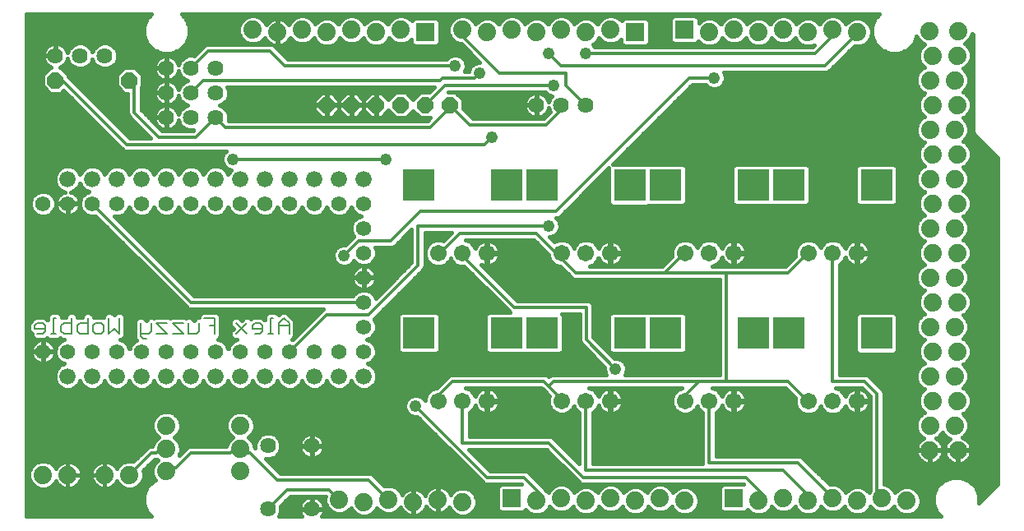
<source format=gbl>
G75*
G70*
%OFA0B0*%
%FSLAX24Y24*%
%IPPOS*%
%LPD*%
%AMOC8*
5,1,8,0,0,1.08239X$1,22.5*
%
%ADD10C,0.0060*%
%ADD11R,0.0740X0.0740*%
%ADD12C,0.0740*%
%ADD13C,0.0640*%
%ADD14C,0.0673*%
%ADD15R,0.1286X0.1286*%
%ADD16C,0.0620*%
%ADD17OC8,0.0640*%
%ADD18C,0.0660*%
%ADD19OC8,0.0660*%
%ADD20C,0.0140*%
%ADD21C,0.0160*%
%ADD22C,0.0480*%
D10*
X005244Y007693D02*
X005350Y007693D01*
X005244Y007693D02*
X005137Y007800D01*
X005137Y008334D01*
X005564Y008334D02*
X005564Y008014D01*
X005457Y007907D01*
X005137Y007907D01*
X005781Y007907D02*
X006208Y007907D01*
X005781Y008334D01*
X006208Y008334D01*
X006426Y008334D02*
X006853Y007907D01*
X006426Y007907D01*
X006426Y008334D02*
X006853Y008334D01*
X007071Y008334D02*
X007071Y007907D01*
X007391Y007907D01*
X007498Y008014D01*
X007498Y008334D01*
X007715Y008547D02*
X008142Y008547D01*
X008142Y007907D01*
X008142Y008227D02*
X007929Y008227D01*
X009004Y008334D02*
X009431Y007907D01*
X009649Y008120D02*
X010076Y008120D01*
X010076Y008014D02*
X010076Y008227D01*
X009969Y008334D01*
X009755Y008334D01*
X009649Y008227D01*
X009649Y008120D01*
X009755Y007907D02*
X009969Y007907D01*
X010076Y008014D01*
X010292Y007907D02*
X010505Y007907D01*
X010399Y007907D02*
X010399Y008547D01*
X010505Y008547D01*
X010723Y008334D02*
X010723Y007907D01*
X010723Y008227D02*
X011150Y008227D01*
X011150Y008334D02*
X011150Y007907D01*
X011150Y008334D02*
X010936Y008547D01*
X010723Y008334D01*
X009431Y008334D02*
X009004Y007907D01*
X004275Y007907D02*
X004061Y008120D01*
X003848Y007907D01*
X003848Y008547D01*
X003630Y008227D02*
X003523Y008334D01*
X003310Y008334D01*
X003203Y008227D01*
X003203Y008014D01*
X003310Y007907D01*
X003523Y007907D01*
X003630Y008014D01*
X003630Y008227D01*
X002986Y008334D02*
X002665Y008334D01*
X002559Y008227D01*
X002559Y008014D01*
X002665Y007907D01*
X002986Y007907D01*
X002986Y008547D01*
X002341Y008547D02*
X002341Y007907D01*
X002021Y007907D01*
X001914Y008014D01*
X001914Y008227D01*
X002021Y008334D01*
X002341Y008334D01*
X001697Y008547D02*
X001590Y008547D01*
X001590Y007907D01*
X001697Y007907D02*
X001483Y007907D01*
X001267Y008014D02*
X001267Y008227D01*
X001160Y008334D01*
X000947Y008334D01*
X000840Y008227D01*
X000840Y008120D01*
X001267Y008120D01*
X001267Y008014D02*
X001160Y007907D01*
X000947Y007907D01*
X004275Y007907D02*
X004275Y008547D01*
D11*
X020180Y001230D03*
X029180Y001230D03*
X025180Y020130D03*
X027180Y020230D03*
X016680Y020130D03*
D12*
X015680Y020230D03*
X014680Y020130D03*
X013680Y020230D03*
X012680Y020130D03*
X011680Y020230D03*
X010680Y020130D03*
X009680Y020230D03*
X018180Y020230D03*
X019180Y020130D03*
X020180Y020230D03*
X021180Y020130D03*
X022180Y020230D03*
X023180Y020130D03*
X024180Y020230D03*
X028180Y020130D03*
X029180Y020230D03*
X030180Y020130D03*
X031180Y020230D03*
X032180Y020130D03*
X033180Y020230D03*
X034180Y020130D03*
X037110Y020180D03*
X038250Y020180D03*
X038230Y019180D03*
X037230Y019180D03*
X037130Y018180D03*
X038130Y018180D03*
X038230Y017180D03*
X037230Y017180D03*
X037130Y016180D03*
X038130Y016180D03*
X038230Y015180D03*
X037230Y015180D03*
X037130Y014180D03*
X038130Y014180D03*
X038230Y013180D03*
X037230Y013180D03*
X037130Y012180D03*
X038130Y012180D03*
X038230Y011180D03*
X037230Y011180D03*
X037130Y010180D03*
X038130Y010180D03*
X038230Y009180D03*
X037230Y009180D03*
X037130Y008180D03*
X038130Y008180D03*
X038230Y007180D03*
X037230Y007180D03*
X037130Y006180D03*
X038130Y006180D03*
X038230Y005180D03*
X037230Y005180D03*
X037130Y004180D03*
X038130Y004180D03*
X038250Y003180D03*
X037110Y003180D03*
X036180Y001130D03*
X035180Y001230D03*
X034180Y001130D03*
X033180Y001230D03*
X032180Y001130D03*
X031180Y001230D03*
X030180Y001130D03*
X027180Y001130D03*
X026180Y001230D03*
X025180Y001130D03*
X024180Y001230D03*
X023180Y001130D03*
X022180Y001230D03*
X021180Y001130D03*
X018180Y001080D03*
X017180Y001180D03*
X016180Y001080D03*
X015180Y001180D03*
X014180Y001080D03*
X013180Y001180D03*
X009180Y002330D03*
X009180Y003230D03*
X009180Y004180D03*
X006180Y004180D03*
X006180Y003230D03*
X006180Y002330D03*
X004680Y002180D03*
X003680Y002180D03*
X002180Y002180D03*
X001180Y002180D03*
D13*
X010290Y003360D03*
X012070Y003360D03*
X012070Y000800D03*
X010290Y000800D03*
X008180Y016680D03*
X007180Y016680D03*
X006180Y016680D03*
X006180Y017680D03*
X007180Y017680D03*
X008180Y017680D03*
X008180Y018680D03*
X007180Y018680D03*
X006180Y018680D03*
X003680Y019180D03*
X002680Y019180D03*
X001680Y019180D03*
X021180Y017180D03*
X022180Y017180D03*
X023180Y017180D03*
D14*
X023180Y011174D03*
X022196Y011174D03*
X024164Y011174D03*
X027196Y011184D03*
X028180Y011184D03*
X029164Y011184D03*
X032196Y011184D03*
X033180Y011184D03*
X034164Y011184D03*
X034164Y005174D03*
X033180Y005174D03*
X032196Y005174D03*
X029164Y005184D03*
X028180Y005184D03*
X027196Y005184D03*
X024164Y005184D03*
X023180Y005184D03*
X022196Y005184D03*
X019164Y005184D03*
X018180Y005184D03*
X017196Y005184D03*
X017196Y011174D03*
X018180Y011174D03*
X019164Y011174D03*
D15*
X019952Y013930D03*
X021408Y013930D03*
X024952Y013930D03*
X026408Y013940D03*
X029952Y013940D03*
X031408Y013940D03*
X034952Y013940D03*
X034952Y007930D03*
X031408Y007930D03*
X029952Y007940D03*
X026408Y007940D03*
X024952Y007940D03*
X021408Y007940D03*
X019952Y007940D03*
X016408Y007940D03*
X016408Y013930D03*
D16*
X014180Y013180D03*
X013180Y013180D03*
X012180Y013180D03*
X011180Y013180D03*
X010180Y013180D03*
X009180Y013180D03*
X008180Y013180D03*
X007180Y013180D03*
X006180Y013180D03*
X005180Y013180D03*
X004180Y013180D03*
X003180Y013180D03*
X002180Y013180D03*
X001180Y013180D03*
X001180Y007180D03*
X002180Y007180D03*
X003180Y007180D03*
X004180Y007180D03*
X005180Y007180D03*
X006180Y007180D03*
X007180Y007180D03*
X008180Y007180D03*
X009180Y007180D03*
X010180Y007180D03*
X011180Y007180D03*
X012180Y007180D03*
X013180Y007180D03*
X014180Y007180D03*
X014180Y008180D03*
X014180Y009180D03*
X014180Y010180D03*
X014180Y011180D03*
X014180Y012180D03*
D17*
X013680Y017180D03*
X012680Y017180D03*
X014680Y017180D03*
X015680Y017180D03*
X016680Y017180D03*
X017680Y017180D03*
D18*
X014180Y014180D03*
X013180Y014180D03*
X012180Y014180D03*
X011180Y014180D03*
X010180Y014180D03*
X009180Y014180D03*
X008180Y014180D03*
X007180Y014180D03*
X006180Y014180D03*
X005180Y014180D03*
X004180Y014180D03*
X003180Y014180D03*
X002180Y014180D03*
X002180Y006180D03*
X003180Y006180D03*
X004180Y006180D03*
X005180Y006180D03*
X006180Y006180D03*
X007180Y006180D03*
X008180Y006180D03*
X009180Y006180D03*
X010180Y006180D03*
X011180Y006180D03*
X012180Y006180D03*
X013180Y006180D03*
X014180Y006180D03*
D19*
X004680Y018180D03*
X001680Y018180D03*
D20*
X001980Y018180D01*
X004580Y015580D01*
X019080Y015580D01*
X019380Y015880D01*
X018480Y016380D02*
X021580Y016380D01*
X022180Y016980D01*
X022180Y017180D01*
X022380Y017980D02*
X023180Y017180D01*
X022380Y017980D02*
X022380Y018480D01*
X019680Y018480D01*
X018180Y019980D01*
X018180Y020230D01*
X017880Y018780D02*
X010980Y018780D01*
X010380Y019380D01*
X007880Y019380D01*
X007180Y018680D01*
X007680Y018180D02*
X017280Y018180D01*
X017380Y018280D01*
X018680Y018280D01*
X018880Y018480D01*
X017480Y017980D02*
X021880Y017980D01*
X022180Y018780D02*
X032880Y018780D01*
X034180Y020080D01*
X034180Y020130D01*
X033180Y020230D02*
X033180Y019980D01*
X032480Y019280D01*
X023180Y019280D01*
X022180Y018780D02*
X021680Y019280D01*
X018480Y016380D02*
X017780Y017080D01*
X017680Y017180D01*
X017680Y017080D02*
X017780Y017080D01*
X017680Y017080D02*
X016880Y016280D01*
X008580Y016280D01*
X008180Y016680D01*
X007380Y015880D01*
X005880Y015880D01*
X004880Y016880D01*
X004880Y018180D01*
X004680Y018180D01*
X007180Y017680D02*
X007680Y018180D01*
X008880Y014980D02*
X015080Y014980D01*
X016480Y012880D02*
X021980Y012880D01*
X027380Y018280D01*
X028380Y018280D01*
X017480Y017980D02*
X016680Y017180D01*
X016480Y012880D02*
X015280Y011680D01*
X013980Y011680D01*
X013380Y011080D01*
X014380Y008680D02*
X016380Y010680D01*
X016380Y012280D01*
X021680Y012280D01*
X021180Y011980D02*
X021980Y011180D01*
X022196Y011174D01*
X022180Y011180D01*
X021980Y011180D01*
X022780Y010380D01*
X026380Y010380D01*
X028880Y010380D01*
X028880Y005980D01*
X031380Y005980D01*
X032180Y005180D01*
X032196Y005174D01*
X033180Y005980D02*
X034480Y005980D01*
X034980Y005480D01*
X034980Y001280D01*
X035180Y001280D01*
X035180Y001230D01*
X033180Y001280D02*
X033180Y001230D01*
X033180Y001280D02*
X031780Y002680D01*
X028180Y002680D01*
X028180Y005184D01*
X027780Y005980D02*
X027280Y005480D01*
X027280Y005280D01*
X027196Y005184D01*
X027780Y005980D02*
X021880Y005980D01*
X021680Y005780D01*
X022180Y005280D01*
X022196Y005184D01*
X023180Y005184D02*
X023180Y002380D01*
X031180Y002380D01*
X032180Y001380D01*
X032180Y001130D01*
X030280Y001180D02*
X030180Y001180D01*
X030180Y001130D01*
X030280Y001180D02*
X030280Y001480D01*
X029680Y002080D01*
X023080Y002080D01*
X021680Y003480D01*
X018180Y003480D01*
X018180Y005184D01*
X017780Y005980D02*
X017280Y005480D01*
X017280Y005280D01*
X017196Y005184D01*
X016280Y004980D02*
X019180Y002080D01*
X020680Y002080D01*
X021280Y001480D01*
X021280Y001180D01*
X021180Y001180D01*
X021180Y001130D01*
X015180Y001180D02*
X014380Y001980D01*
X010680Y001980D01*
X009580Y003080D01*
X009280Y003080D01*
X009180Y003180D01*
X009180Y003230D01*
X009180Y003180D02*
X008880Y003180D01*
X008780Y003080D01*
X007180Y003080D01*
X006580Y002480D01*
X006280Y002480D01*
X006180Y002380D01*
X006180Y002330D01*
X005780Y003080D02*
X005580Y003080D01*
X004680Y002180D01*
X005780Y003080D02*
X005880Y003180D01*
X006180Y003180D01*
X006180Y003230D01*
X010290Y000800D02*
X010380Y000880D01*
X011080Y001580D01*
X012780Y001580D01*
X013180Y001180D01*
X021480Y005980D02*
X021680Y005780D01*
X021480Y005980D02*
X017780Y005980D01*
X014380Y008680D02*
X012680Y008680D01*
X011180Y007180D01*
X014180Y009180D02*
X007180Y009180D01*
X003180Y013180D01*
X017196Y011174D02*
X017280Y011180D01*
X018080Y011980D01*
X021180Y011980D01*
X018180Y011174D02*
X018180Y011080D01*
X020280Y008980D01*
X023211Y008980D01*
X023211Y007660D01*
X024380Y006480D01*
X027780Y005980D02*
X028880Y005980D01*
X033180Y005980D02*
X033180Y011184D01*
X032196Y011184D02*
X032180Y011180D01*
X031380Y010380D01*
X028880Y010380D01*
X027196Y011184D02*
X027180Y011180D01*
X026380Y010380D01*
D21*
X000500Y000500D02*
X000500Y020860D01*
X005573Y020860D01*
X005409Y020695D01*
X005270Y020361D01*
X005270Y019999D01*
X005409Y019665D01*
X005665Y019409D01*
X005999Y019270D01*
X006361Y019270D01*
X006695Y019409D01*
X006951Y019665D01*
X007090Y019999D01*
X007090Y020361D01*
X006951Y020695D01*
X006787Y020860D01*
X035073Y020860D01*
X034909Y020695D01*
X034770Y020361D01*
X034770Y019999D01*
X034909Y019665D01*
X035165Y019409D01*
X035499Y019270D01*
X035861Y019270D01*
X036195Y019409D01*
X036451Y019665D01*
X036579Y019973D01*
X036627Y019857D01*
X036787Y019697D01*
X036896Y019652D01*
X036747Y019503D01*
X036660Y019293D01*
X036660Y019067D01*
X036747Y018857D01*
X036902Y018702D01*
X036807Y018663D01*
X036647Y018503D01*
X036560Y018293D01*
X036560Y018067D01*
X036647Y017857D01*
X036807Y017697D01*
X036902Y017658D01*
X036747Y017503D01*
X036660Y017293D01*
X036660Y017067D01*
X036747Y016857D01*
X036902Y016702D01*
X036807Y016663D01*
X036647Y016503D01*
X036560Y016293D01*
X036560Y016067D01*
X036647Y015857D01*
X036807Y015697D01*
X036902Y015658D01*
X036747Y015503D01*
X036660Y015293D01*
X036660Y015067D01*
X036747Y014857D01*
X036902Y014702D01*
X036807Y014663D01*
X036647Y014503D01*
X036560Y014293D01*
X036560Y014067D01*
X036647Y013857D01*
X036807Y013697D01*
X036902Y013658D01*
X036747Y013503D01*
X036660Y013293D01*
X036660Y013067D01*
X036747Y012857D01*
X036902Y012702D01*
X036807Y012663D01*
X036647Y012503D01*
X036560Y012293D01*
X036560Y012067D01*
X036647Y011857D01*
X036807Y011697D01*
X036902Y011658D01*
X036747Y011503D01*
X036660Y011293D01*
X036660Y011067D01*
X036747Y010857D01*
X036902Y010702D01*
X036807Y010663D01*
X036647Y010503D01*
X036560Y010293D01*
X036560Y010067D01*
X036647Y009857D01*
X036807Y009697D01*
X036902Y009658D01*
X036747Y009503D01*
X036660Y009293D01*
X036660Y009067D01*
X036747Y008857D01*
X036902Y008702D01*
X036807Y008663D01*
X036647Y008503D01*
X036560Y008293D01*
X036560Y008067D01*
X036647Y007857D01*
X036807Y007697D01*
X036902Y007658D01*
X036747Y007503D01*
X036660Y007293D01*
X036660Y007067D01*
X036747Y006857D01*
X036902Y006702D01*
X036807Y006663D01*
X036647Y006503D01*
X036560Y006293D01*
X036560Y006067D01*
X036647Y005857D01*
X036807Y005697D01*
X036902Y005658D01*
X036747Y005503D01*
X036660Y005293D01*
X036660Y005067D01*
X036747Y004857D01*
X036902Y004702D01*
X036807Y004663D01*
X036647Y004503D01*
X036560Y004293D01*
X036560Y004067D01*
X036647Y003857D01*
X036807Y003697D01*
X036865Y003673D01*
X036822Y003650D01*
X036752Y003600D01*
X036690Y003538D01*
X036640Y003468D01*
X036600Y003391D01*
X036574Y003309D01*
X036560Y003223D01*
X036560Y003200D01*
X037090Y003200D01*
X037090Y003160D01*
X037130Y003160D01*
X037130Y003200D01*
X037660Y003200D01*
X037660Y003223D01*
X037646Y003309D01*
X037620Y003391D01*
X037580Y003468D01*
X037530Y003538D01*
X037468Y003600D01*
X037398Y003650D01*
X037373Y003664D01*
X037453Y003697D01*
X037613Y003857D01*
X037630Y003898D01*
X037647Y003857D01*
X037807Y003697D01*
X037946Y003639D01*
X037892Y003600D01*
X037830Y003538D01*
X037780Y003468D01*
X037740Y003391D01*
X037714Y003309D01*
X037700Y003223D01*
X037700Y003200D01*
X038230Y003200D01*
X038230Y003160D01*
X038270Y003160D01*
X038270Y003200D01*
X038800Y003200D01*
X038800Y003223D01*
X038786Y003309D01*
X038760Y003391D01*
X038720Y003468D01*
X038670Y003538D01*
X038608Y003600D01*
X038538Y003650D01*
X038461Y003690D01*
X038447Y003694D01*
X038453Y003697D01*
X038613Y003857D01*
X038700Y004067D01*
X038700Y004293D01*
X038613Y004503D01*
X038458Y004658D01*
X038553Y004697D01*
X038713Y004857D01*
X038800Y005067D01*
X038800Y005293D01*
X038713Y005503D01*
X038553Y005663D01*
X038458Y005702D01*
X038613Y005857D01*
X038700Y006067D01*
X038700Y006293D01*
X038613Y006503D01*
X038458Y006658D01*
X038553Y006697D01*
X038713Y006857D01*
X038800Y007067D01*
X038800Y007293D01*
X038713Y007503D01*
X038553Y007663D01*
X038458Y007702D01*
X038613Y007857D01*
X038700Y008067D01*
X038700Y008293D01*
X038613Y008503D01*
X038458Y008658D01*
X038553Y008697D01*
X038713Y008857D01*
X038800Y009067D01*
X038800Y009293D01*
X038713Y009503D01*
X038553Y009663D01*
X038458Y009702D01*
X038613Y009857D01*
X038700Y010067D01*
X038700Y010293D01*
X038613Y010503D01*
X038458Y010658D01*
X038553Y010697D01*
X038713Y010857D01*
X038800Y011067D01*
X038800Y011293D01*
X038713Y011503D01*
X038553Y011663D01*
X038458Y011702D01*
X038613Y011857D01*
X038700Y012067D01*
X038700Y012293D01*
X038613Y012503D01*
X038458Y012658D01*
X038553Y012697D01*
X038713Y012857D01*
X038800Y013067D01*
X038800Y013293D01*
X038713Y013503D01*
X038553Y013663D01*
X038458Y013702D01*
X038613Y013857D01*
X038700Y014067D01*
X038700Y014293D01*
X038613Y014503D01*
X038458Y014658D01*
X038553Y014697D01*
X038713Y014857D01*
X038800Y015067D01*
X038800Y015293D01*
X038713Y015503D01*
X038553Y015663D01*
X038458Y015702D01*
X038613Y015857D01*
X038700Y016067D01*
X038700Y016293D01*
X038613Y016503D01*
X038458Y016658D01*
X038553Y016697D01*
X038713Y016857D01*
X038800Y017067D01*
X038800Y017293D01*
X038713Y017503D01*
X038553Y017663D01*
X038458Y017702D01*
X038613Y017857D01*
X038700Y018067D01*
X038700Y018293D01*
X038613Y018503D01*
X038458Y018658D01*
X038553Y018697D01*
X038713Y018857D01*
X038800Y019067D01*
X038800Y019293D01*
X038713Y019503D01*
X038553Y019663D01*
X038522Y019676D01*
X038573Y019697D01*
X038733Y019857D01*
X038820Y020067D01*
X038820Y020087D01*
X038860Y020047D01*
X038860Y016116D01*
X038909Y015999D01*
X038999Y015909D01*
X039860Y015047D01*
X039860Y001813D01*
X039090Y001042D01*
X039090Y001361D01*
X038951Y001695D01*
X038695Y001951D01*
X038361Y002090D01*
X037999Y002090D01*
X037665Y001951D01*
X037409Y001695D01*
X037270Y001361D01*
X037270Y000999D01*
X037409Y000665D01*
X037573Y000500D01*
X012470Y000500D01*
X012498Y000538D01*
X012533Y000608D01*
X012558Y000683D01*
X012570Y000761D01*
X012570Y000780D01*
X012090Y000780D01*
X012090Y000820D01*
X012050Y000820D01*
X012050Y001300D01*
X012031Y001300D01*
X011953Y001288D01*
X011878Y001263D01*
X011808Y001228D01*
X011744Y001181D01*
X011689Y001126D01*
X011642Y001062D01*
X011607Y000992D01*
X011582Y000917D01*
X011570Y000839D01*
X011570Y000820D01*
X012050Y000820D01*
X012050Y000780D01*
X011570Y000780D01*
X011570Y000761D01*
X011582Y000683D01*
X011607Y000608D01*
X011642Y000538D01*
X011670Y000500D01*
X010725Y000500D01*
X010731Y000505D01*
X010810Y000697D01*
X010810Y000903D01*
X010803Y000921D01*
X011192Y001310D01*
X012617Y001310D01*
X012610Y001293D01*
X012610Y001067D01*
X012697Y000857D01*
X012857Y000697D01*
X013067Y000610D01*
X013293Y000610D01*
X013503Y000697D01*
X013658Y000852D01*
X013697Y000757D01*
X013857Y000597D01*
X014067Y000510D01*
X014293Y000510D01*
X014503Y000597D01*
X014663Y000757D01*
X014702Y000852D01*
X014857Y000697D01*
X015067Y000610D01*
X015293Y000610D01*
X015503Y000697D01*
X015663Y000857D01*
X015669Y000872D01*
X015670Y000869D01*
X015710Y000792D01*
X015760Y000722D01*
X015822Y000660D01*
X015892Y000610D01*
X015969Y000570D01*
X016051Y000544D01*
X016137Y000530D01*
X016160Y000530D01*
X016160Y001060D01*
X016200Y001060D01*
X016200Y000530D01*
X016223Y000530D01*
X016309Y000544D01*
X016391Y000570D01*
X016468Y000610D01*
X016538Y000660D01*
X016600Y000722D01*
X016650Y000792D01*
X016690Y000869D01*
X016702Y000907D01*
X016710Y000892D01*
X016760Y000822D01*
X016822Y000760D01*
X016892Y000710D01*
X016969Y000670D01*
X017051Y000644D01*
X017137Y000630D01*
X017160Y000630D01*
X017160Y001160D01*
X017200Y001160D01*
X017200Y000630D01*
X017223Y000630D01*
X017309Y000644D01*
X017391Y000670D01*
X017468Y000710D01*
X017538Y000760D01*
X017600Y000822D01*
X017644Y000884D01*
X017697Y000757D01*
X017857Y000597D01*
X018067Y000510D01*
X018293Y000510D01*
X018503Y000597D01*
X018663Y000757D01*
X018750Y000967D01*
X018750Y001193D01*
X018663Y001403D01*
X018503Y001563D01*
X018293Y001650D01*
X018067Y001650D01*
X017857Y001563D01*
X017697Y001403D01*
X017691Y001388D01*
X017690Y001391D01*
X017650Y001468D01*
X017600Y001538D01*
X017538Y001600D01*
X017468Y001650D01*
X017391Y001690D01*
X017309Y001716D01*
X017223Y001730D01*
X017200Y001730D01*
X017200Y001200D01*
X017160Y001200D01*
X017160Y001730D01*
X017137Y001730D01*
X017051Y001716D01*
X016969Y001690D01*
X016892Y001650D01*
X016822Y001600D01*
X016760Y001538D01*
X016710Y001468D01*
X016670Y001391D01*
X016658Y001353D01*
X016650Y001368D01*
X016600Y001438D01*
X016538Y001500D01*
X016468Y001550D01*
X016391Y001590D01*
X016309Y001616D01*
X016223Y001630D01*
X016200Y001630D01*
X016200Y001100D01*
X016160Y001100D01*
X016160Y001630D01*
X016137Y001630D01*
X016051Y001616D01*
X015969Y001590D01*
X015892Y001550D01*
X015822Y001500D01*
X015760Y001438D01*
X015716Y001376D01*
X015663Y001503D01*
X015503Y001663D01*
X015293Y001750D01*
X015067Y001750D01*
X015014Y001728D01*
X014533Y002209D01*
X014434Y002250D01*
X010792Y002250D01*
X010202Y002840D01*
X010393Y002840D01*
X010585Y002919D01*
X010731Y003065D01*
X010810Y003257D01*
X010810Y003463D01*
X010731Y003655D01*
X010585Y003801D01*
X010393Y003880D01*
X010187Y003880D01*
X009995Y003801D01*
X009849Y003655D01*
X009770Y003463D01*
X009770Y003272D01*
X009750Y003292D01*
X009750Y003343D01*
X009663Y003553D01*
X009511Y003705D01*
X009663Y003857D01*
X009750Y004067D01*
X009750Y004293D01*
X009663Y004503D01*
X009503Y004663D01*
X009293Y004750D01*
X009067Y004750D01*
X008857Y004663D01*
X008697Y004503D01*
X008610Y004293D01*
X008610Y004067D01*
X008697Y003857D01*
X008849Y003705D01*
X008697Y003553D01*
X008613Y003350D01*
X006747Y003350D01*
X006750Y003343D02*
X006663Y003553D01*
X006511Y003705D01*
X006663Y003857D01*
X006750Y004067D01*
X006750Y004293D01*
X006663Y004503D01*
X006503Y004663D01*
X006293Y004750D01*
X006067Y004750D01*
X005857Y004663D01*
X005697Y004503D01*
X005610Y004293D01*
X005610Y004067D01*
X005697Y003857D01*
X005849Y003705D01*
X005697Y003553D01*
X005613Y003350D01*
X000500Y003350D01*
X000500Y003192D02*
X005310Y003192D01*
X005351Y003233D02*
X005427Y003309D01*
X005526Y003350D01*
X005613Y003350D01*
X005678Y003509D02*
X000500Y003509D01*
X000500Y003667D02*
X005811Y003667D01*
X005728Y003826D02*
X000500Y003826D01*
X000500Y003984D02*
X005644Y003984D01*
X005610Y004143D02*
X000500Y004143D01*
X000500Y004301D02*
X005613Y004301D01*
X005679Y004460D02*
X000500Y004460D01*
X000500Y004618D02*
X005812Y004618D01*
X006548Y004618D02*
X008812Y004618D01*
X008679Y004460D02*
X006681Y004460D01*
X006747Y004301D02*
X008613Y004301D01*
X008610Y004143D02*
X006750Y004143D01*
X006716Y003984D02*
X008644Y003984D01*
X008728Y003826D02*
X006632Y003826D01*
X006549Y003667D02*
X008811Y003667D01*
X008678Y003509D02*
X006682Y003509D01*
X006750Y003343D02*
X006750Y003117D01*
X006690Y002972D01*
X006951Y003233D01*
X007027Y003309D01*
X007126Y003350D01*
X008613Y003350D01*
X009549Y003667D02*
X009862Y003667D01*
X009789Y003509D02*
X009682Y003509D01*
X009747Y003350D02*
X009770Y003350D01*
X009632Y003826D02*
X010055Y003826D01*
X009716Y003984D02*
X016894Y003984D01*
X016736Y004143D02*
X009750Y004143D01*
X009747Y004301D02*
X016577Y004301D01*
X016419Y004460D02*
X009681Y004460D01*
X009548Y004618D02*
X016020Y004618D01*
X016031Y004607D02*
X016192Y004540D01*
X016338Y004540D01*
X018951Y001927D01*
X019027Y001851D01*
X019126Y001810D01*
X020568Y001810D01*
X020578Y001800D01*
X019727Y001800D01*
X019610Y001683D01*
X019610Y000777D01*
X019727Y000660D01*
X020633Y000660D01*
X020738Y000766D01*
X020857Y000647D01*
X021067Y000560D01*
X021293Y000560D01*
X021503Y000647D01*
X021663Y000807D01*
X021702Y000902D01*
X021857Y000747D01*
X022067Y000660D01*
X022293Y000660D01*
X022503Y000747D01*
X022658Y000902D01*
X022697Y000807D01*
X022857Y000647D01*
X023067Y000560D01*
X023293Y000560D01*
X023503Y000647D01*
X023663Y000807D01*
X023702Y000902D01*
X023857Y000747D01*
X024067Y000660D01*
X024293Y000660D01*
X024503Y000747D01*
X024658Y000902D01*
X024697Y000807D01*
X024857Y000647D01*
X025067Y000560D01*
X025293Y000560D01*
X025503Y000647D01*
X025663Y000807D01*
X025702Y000902D01*
X025857Y000747D01*
X026067Y000660D01*
X026293Y000660D01*
X026503Y000747D01*
X026658Y000902D01*
X026697Y000807D01*
X026857Y000647D01*
X027067Y000560D01*
X027293Y000560D01*
X027503Y000647D01*
X027663Y000807D01*
X027750Y001017D01*
X027750Y001243D01*
X027663Y001453D01*
X027503Y001613D01*
X027293Y001700D01*
X027067Y001700D01*
X026857Y001613D01*
X026702Y001458D01*
X026663Y001553D01*
X026503Y001713D01*
X026293Y001800D01*
X026067Y001800D01*
X025857Y001713D01*
X025697Y001553D01*
X025658Y001458D01*
X025503Y001613D01*
X025293Y001700D01*
X025067Y001700D01*
X024857Y001613D01*
X024702Y001458D01*
X024663Y001553D01*
X024503Y001713D01*
X024293Y001800D01*
X024067Y001800D01*
X023857Y001713D01*
X023697Y001553D01*
X023658Y001458D01*
X023503Y001613D01*
X023293Y001700D01*
X023067Y001700D01*
X022857Y001613D01*
X022702Y001458D01*
X022663Y001553D01*
X022503Y001713D01*
X022293Y001800D01*
X022067Y001800D01*
X021857Y001713D01*
X021697Y001553D01*
X021658Y001458D01*
X021527Y001589D01*
X021509Y001633D01*
X021433Y001709D01*
X020833Y002309D01*
X020734Y002350D01*
X019292Y002350D01*
X018432Y003210D01*
X021568Y003210D01*
X022851Y001927D01*
X022927Y001851D01*
X023026Y001810D01*
X029568Y001810D01*
X029578Y001800D01*
X028727Y001800D01*
X028610Y001683D01*
X028610Y000777D01*
X028727Y000660D01*
X029633Y000660D01*
X029738Y000766D01*
X029857Y000647D01*
X030067Y000560D01*
X030293Y000560D01*
X030503Y000647D01*
X030663Y000807D01*
X030702Y000902D01*
X030857Y000747D01*
X031067Y000660D01*
X031293Y000660D01*
X031503Y000747D01*
X031658Y000902D01*
X031697Y000807D01*
X031857Y000647D01*
X032067Y000560D01*
X032293Y000560D01*
X032503Y000647D01*
X032663Y000807D01*
X032702Y000902D01*
X032857Y000747D01*
X033067Y000660D01*
X033293Y000660D01*
X033503Y000747D01*
X033658Y000902D01*
X033697Y000807D01*
X033857Y000647D01*
X034067Y000560D01*
X034293Y000560D01*
X034503Y000647D01*
X034663Y000807D01*
X034702Y000902D01*
X034857Y000747D01*
X035067Y000660D01*
X035293Y000660D01*
X035503Y000747D01*
X035658Y000902D01*
X035697Y000807D01*
X035857Y000647D01*
X036067Y000560D01*
X036293Y000560D01*
X036503Y000647D01*
X036663Y000807D01*
X036750Y001017D01*
X036750Y001243D01*
X036663Y001453D01*
X036503Y001613D01*
X036293Y001700D01*
X036067Y001700D01*
X035857Y001613D01*
X035702Y001458D01*
X035663Y001553D01*
X035503Y001713D01*
X035293Y001800D01*
X035250Y001800D01*
X035250Y005534D01*
X035209Y005633D01*
X035133Y005709D01*
X034633Y006209D01*
X034534Y006250D01*
X033450Y006250D01*
X033450Y010715D01*
X033484Y010729D01*
X033635Y010880D01*
X033683Y010995D01*
X033686Y010986D01*
X033722Y010913D01*
X033770Y010848D01*
X033828Y010790D01*
X033894Y010742D01*
X033966Y010705D01*
X034043Y010680D01*
X034124Y010668D01*
X034136Y010668D01*
X034136Y011156D01*
X034193Y011156D01*
X034193Y011212D01*
X034681Y011212D01*
X034681Y011225D01*
X034668Y011305D01*
X034643Y011382D01*
X034606Y011455D01*
X034558Y011521D01*
X034501Y011578D01*
X034435Y011626D01*
X034363Y011663D01*
X034285Y011688D01*
X034205Y011701D01*
X034193Y011701D01*
X034193Y011212D01*
X034136Y011212D01*
X034136Y011701D01*
X034124Y011701D01*
X034043Y011688D01*
X033966Y011663D01*
X033894Y011626D01*
X033828Y011578D01*
X033770Y011521D01*
X033722Y011455D01*
X033686Y011382D01*
X033683Y011373D01*
X033635Y011488D01*
X033484Y011639D01*
X033287Y011721D01*
X033073Y011721D01*
X032876Y011639D01*
X032725Y011488D01*
X032688Y011398D01*
X032651Y011488D01*
X032500Y011639D01*
X032302Y011721D01*
X032089Y011721D01*
X031892Y011639D01*
X031741Y011488D01*
X031659Y011291D01*
X031659Y011077D01*
X031670Y011052D01*
X031268Y010650D01*
X028293Y010650D01*
X028484Y010729D01*
X028635Y010880D01*
X028683Y010995D01*
X028686Y010986D01*
X028722Y010913D01*
X028770Y010848D01*
X028828Y010790D01*
X028894Y010742D01*
X028966Y010705D01*
X029043Y010680D01*
X029124Y010668D01*
X029136Y010668D01*
X029136Y011156D01*
X029193Y011156D01*
X029193Y011212D01*
X029681Y011212D01*
X029681Y011225D01*
X029668Y011305D01*
X029643Y011382D01*
X029606Y011455D01*
X029558Y011521D01*
X029501Y011578D01*
X029435Y011626D01*
X029363Y011663D01*
X029285Y011688D01*
X029205Y011701D01*
X029193Y011701D01*
X029193Y011212D01*
X029136Y011212D01*
X029136Y011701D01*
X029124Y011701D01*
X029043Y011688D01*
X028966Y011663D01*
X028894Y011626D01*
X028828Y011578D01*
X028770Y011521D01*
X028722Y011455D01*
X028686Y011382D01*
X028683Y011373D01*
X028635Y011488D01*
X028484Y011639D01*
X028287Y011721D01*
X028073Y011721D01*
X027876Y011639D01*
X027725Y011488D01*
X027688Y011398D01*
X027651Y011488D01*
X027500Y011639D01*
X027302Y011721D01*
X027089Y011721D01*
X026892Y011639D01*
X026741Y011488D01*
X026659Y011291D01*
X026659Y011077D01*
X026670Y011052D01*
X026268Y010650D01*
X023317Y010650D01*
X023484Y010719D01*
X023635Y010870D01*
X023683Y010985D01*
X023686Y010976D01*
X023722Y010903D01*
X023770Y010838D01*
X023828Y010780D01*
X023894Y010732D01*
X023966Y010695D01*
X024043Y010670D01*
X024124Y010658D01*
X024136Y010658D01*
X024136Y011146D01*
X024193Y011146D01*
X024193Y011202D01*
X024681Y011202D01*
X024681Y011215D01*
X024668Y011295D01*
X024643Y011372D01*
X024606Y011445D01*
X024558Y011511D01*
X024501Y011568D01*
X024435Y011616D01*
X024363Y011653D01*
X024285Y011678D01*
X024205Y011691D01*
X024193Y011691D01*
X024193Y011202D01*
X024136Y011202D01*
X024136Y011691D01*
X024124Y011691D01*
X024043Y011678D01*
X023966Y011653D01*
X023894Y011616D01*
X023828Y011568D01*
X023770Y011511D01*
X023722Y011445D01*
X023686Y011372D01*
X023683Y011363D01*
X023635Y011478D01*
X023484Y011629D01*
X023287Y011711D01*
X023073Y011711D01*
X022876Y011629D01*
X022725Y011478D01*
X022688Y011388D01*
X022651Y011478D01*
X022500Y011629D01*
X022302Y011711D01*
X022089Y011711D01*
X021907Y011635D01*
X021702Y011840D01*
X021768Y011840D01*
X021929Y011907D01*
X022053Y012031D01*
X022120Y012192D01*
X022120Y012368D01*
X022053Y012529D01*
X021972Y012610D01*
X022034Y012610D01*
X022133Y012651D01*
X024109Y014627D01*
X024109Y013204D01*
X024226Y013087D01*
X025677Y013087D01*
X025687Y013097D01*
X027134Y013097D01*
X027251Y013214D01*
X027251Y014666D01*
X027134Y014783D01*
X025683Y014783D01*
X025673Y014773D01*
X024255Y014773D01*
X027492Y018010D01*
X028028Y018010D01*
X028131Y017907D01*
X028292Y017840D01*
X028468Y017840D01*
X028629Y017907D01*
X028753Y018031D01*
X028820Y018192D01*
X028820Y018368D01*
X028761Y018510D01*
X032934Y018510D01*
X033033Y018551D01*
X034049Y019567D01*
X034067Y019560D01*
X034293Y019560D01*
X034503Y019647D01*
X034663Y019807D01*
X034750Y020017D01*
X034750Y020243D01*
X034663Y020453D01*
X034503Y020613D01*
X034293Y020700D01*
X034067Y020700D01*
X033857Y020613D01*
X033702Y020458D01*
X033663Y020553D01*
X033503Y020713D01*
X033293Y020800D01*
X033067Y020800D01*
X032857Y020713D01*
X032697Y020553D01*
X032658Y020458D01*
X032503Y020613D01*
X032293Y020700D01*
X032067Y020700D01*
X031857Y020613D01*
X031702Y020458D01*
X031663Y020553D01*
X031503Y020713D01*
X031293Y020800D01*
X031067Y020800D01*
X030857Y020713D01*
X030697Y020553D01*
X030658Y020458D01*
X030503Y020613D01*
X030293Y020700D01*
X030067Y020700D01*
X029857Y020613D01*
X029702Y020458D01*
X029663Y020553D01*
X029503Y020713D01*
X029293Y020800D01*
X029067Y020800D01*
X028857Y020713D01*
X028697Y020553D01*
X028658Y020458D01*
X028503Y020613D01*
X028293Y020700D01*
X028067Y020700D01*
X027857Y020613D01*
X027750Y020506D01*
X027750Y020683D01*
X027633Y020800D01*
X026727Y020800D01*
X026610Y020683D01*
X026610Y019777D01*
X026727Y019660D01*
X027633Y019660D01*
X027738Y019766D01*
X027857Y019647D01*
X028067Y019560D01*
X028293Y019560D01*
X028503Y019647D01*
X028663Y019807D01*
X028702Y019902D01*
X028857Y019747D01*
X029067Y019660D01*
X029293Y019660D01*
X029503Y019747D01*
X029658Y019902D01*
X029697Y019807D01*
X029857Y019647D01*
X030067Y019560D01*
X030293Y019560D01*
X030503Y019647D01*
X030663Y019807D01*
X030702Y019902D01*
X030857Y019747D01*
X031067Y019660D01*
X031293Y019660D01*
X031503Y019747D01*
X031658Y019902D01*
X031697Y019807D01*
X031857Y019647D01*
X032067Y019560D01*
X032293Y019560D01*
X032438Y019620D01*
X032368Y019550D01*
X023532Y019550D01*
X023455Y019627D01*
X023503Y019647D01*
X023663Y019807D01*
X023702Y019902D01*
X023857Y019747D01*
X024067Y019660D01*
X024293Y019660D01*
X024503Y019747D01*
X024610Y019854D01*
X024610Y019677D01*
X024727Y019560D01*
X025633Y019560D01*
X025750Y019677D01*
X025750Y020583D01*
X025633Y020700D01*
X024727Y020700D01*
X024622Y020594D01*
X024503Y020713D01*
X024293Y020800D01*
X024067Y020800D01*
X023857Y020713D01*
X023697Y020553D01*
X023658Y020458D01*
X023503Y020613D01*
X023293Y020700D01*
X023067Y020700D01*
X022857Y020613D01*
X022702Y020458D01*
X022663Y020553D01*
X022503Y020713D01*
X022293Y020800D01*
X022067Y020800D01*
X021857Y020713D01*
X021697Y020553D01*
X021658Y020458D01*
X021503Y020613D01*
X021293Y020700D01*
X021067Y020700D01*
X020857Y020613D01*
X020702Y020458D01*
X020663Y020553D01*
X020503Y020713D01*
X020293Y020800D01*
X020067Y020800D01*
X019857Y020713D01*
X019697Y020553D01*
X019658Y020458D01*
X019503Y020613D01*
X019293Y020700D01*
X019067Y020700D01*
X018857Y020613D01*
X018702Y020458D01*
X018663Y020553D01*
X018503Y020713D01*
X018293Y020800D01*
X018067Y020800D01*
X017857Y020713D01*
X017697Y020553D01*
X017610Y020343D01*
X017610Y020117D01*
X017697Y019907D01*
X017857Y019747D01*
X018067Y019660D01*
X018118Y019660D01*
X018858Y018920D01*
X018792Y018920D01*
X018631Y018853D01*
X018507Y018729D01*
X018440Y018568D01*
X018440Y018550D01*
X018261Y018550D01*
X018320Y018692D01*
X018320Y018868D01*
X018253Y019029D01*
X018129Y019153D01*
X017968Y019220D01*
X017792Y019220D01*
X017631Y019153D01*
X017528Y019050D01*
X011092Y019050D01*
X010547Y019595D01*
X010551Y019594D01*
X010637Y019580D01*
X010660Y019580D01*
X010660Y020110D01*
X010700Y020110D01*
X010700Y019580D01*
X010723Y019580D01*
X010809Y019594D01*
X010891Y019620D01*
X010968Y019660D01*
X011038Y019710D01*
X011100Y019772D01*
X011150Y019842D01*
X011190Y019919D01*
X011191Y019922D01*
X011197Y019907D01*
X011357Y019747D01*
X011567Y019660D01*
X011793Y019660D01*
X012003Y019747D01*
X012158Y019902D01*
X012197Y019807D01*
X012357Y019647D01*
X012567Y019560D01*
X012793Y019560D01*
X013003Y019647D01*
X013163Y019807D01*
X013202Y019902D01*
X013357Y019747D01*
X013567Y019660D01*
X013793Y019660D01*
X014003Y019747D01*
X014158Y019902D01*
X014197Y019807D01*
X014357Y019647D01*
X014567Y019560D01*
X014793Y019560D01*
X015003Y019647D01*
X015163Y019807D01*
X015202Y019902D01*
X015357Y019747D01*
X015567Y019660D01*
X015793Y019660D01*
X016003Y019747D01*
X016110Y019854D01*
X016110Y019677D01*
X016227Y019560D01*
X017133Y019560D01*
X017250Y019677D01*
X017250Y020583D01*
X017133Y020700D01*
X016227Y020700D01*
X016122Y020594D01*
X016003Y020713D01*
X015793Y020800D01*
X015567Y020800D01*
X015357Y020713D01*
X015197Y020553D01*
X015158Y020458D01*
X015003Y020613D01*
X014793Y020700D01*
X014567Y020700D01*
X014357Y020613D01*
X014202Y020458D01*
X014163Y020553D01*
X014003Y020713D01*
X013793Y020800D01*
X013567Y020800D01*
X013357Y020713D01*
X013197Y020553D01*
X013158Y020458D01*
X013003Y020613D01*
X012793Y020700D01*
X012567Y020700D01*
X012357Y020613D01*
X012202Y020458D01*
X012163Y020553D01*
X012003Y020713D01*
X011793Y020800D01*
X011567Y020800D01*
X011357Y020713D01*
X011197Y020553D01*
X011144Y020426D01*
X011100Y020488D01*
X011038Y020550D01*
X010968Y020600D01*
X010891Y020640D01*
X010809Y020666D01*
X010723Y020680D01*
X010700Y020680D01*
X010700Y020150D01*
X010660Y020150D01*
X010660Y020680D01*
X010637Y020680D01*
X010551Y020666D01*
X010469Y020640D01*
X010392Y020600D01*
X010322Y020550D01*
X010260Y020488D01*
X010216Y020426D01*
X010163Y020553D01*
X010003Y020713D01*
X009793Y020800D01*
X009567Y020800D01*
X009357Y020713D01*
X009197Y020553D01*
X009110Y020343D01*
X009110Y020117D01*
X009197Y019907D01*
X009357Y019747D01*
X009567Y019660D01*
X009793Y019660D01*
X010003Y019747D01*
X010163Y019907D01*
X010169Y019922D01*
X010170Y019919D01*
X010210Y019842D01*
X010260Y019772D01*
X010322Y019710D01*
X010392Y019660D01*
X010411Y019650D01*
X007826Y019650D01*
X007727Y019609D01*
X007651Y019533D01*
X007308Y019190D01*
X007283Y019200D01*
X007077Y019200D01*
X006885Y019121D01*
X006739Y018975D01*
X006667Y018800D01*
X006643Y018872D01*
X006608Y018942D01*
X006561Y019006D01*
X006506Y019061D01*
X006442Y019108D01*
X006372Y019143D01*
X006297Y019168D01*
X006219Y019180D01*
X006200Y019180D01*
X006200Y018700D01*
X006160Y018700D01*
X006160Y019180D01*
X006141Y019180D01*
X006063Y019168D01*
X005988Y019143D01*
X005918Y019108D01*
X005854Y019061D01*
X005799Y019006D01*
X005752Y018942D01*
X005717Y018872D01*
X005692Y018797D01*
X005680Y018719D01*
X005680Y018700D01*
X006160Y018700D01*
X006160Y018660D01*
X006200Y018660D01*
X006200Y018180D01*
X006219Y018180D01*
X006200Y018180D01*
X006200Y017700D01*
X006160Y017700D01*
X006160Y018180D01*
X006141Y018180D01*
X006063Y018168D01*
X005988Y018143D01*
X005918Y018108D01*
X005854Y018061D01*
X005799Y018006D01*
X005752Y017942D01*
X005717Y017872D01*
X005692Y017797D01*
X005680Y017719D01*
X005680Y017700D01*
X006160Y017700D01*
X006160Y017660D01*
X006200Y017660D01*
X006200Y017180D01*
X006219Y017180D01*
X006200Y017180D01*
X006200Y016700D01*
X006160Y016700D01*
X006160Y017180D01*
X006141Y017180D01*
X006063Y017168D01*
X005988Y017143D01*
X005918Y017108D01*
X005854Y017061D01*
X005799Y017006D01*
X005752Y016942D01*
X005717Y016872D01*
X005692Y016797D01*
X005680Y016719D01*
X005680Y016700D01*
X006160Y016700D01*
X006160Y016660D01*
X006200Y016660D01*
X006200Y016180D01*
X006219Y016180D01*
X006297Y016192D01*
X006372Y016217D01*
X006442Y016252D01*
X006506Y016299D01*
X006561Y016354D01*
X006608Y016418D01*
X006643Y016488D01*
X006667Y016560D01*
X006739Y016385D01*
X006885Y016239D01*
X007077Y016160D01*
X007278Y016160D01*
X007268Y016150D01*
X005992Y016150D01*
X005150Y016992D01*
X005150Y017900D01*
X005210Y017960D01*
X005210Y018400D01*
X004900Y018710D01*
X004460Y018710D01*
X004150Y018400D01*
X004150Y017960D01*
X004460Y017650D01*
X004610Y017650D01*
X004610Y016826D01*
X004651Y016727D01*
X004727Y016651D01*
X005528Y015850D01*
X004692Y015850D01*
X002210Y018332D01*
X002210Y018400D01*
X001900Y018710D01*
X001852Y018710D01*
X001872Y018717D01*
X001942Y018752D01*
X002006Y018799D01*
X002061Y018854D01*
X002108Y018918D01*
X002143Y018988D01*
X002167Y019060D01*
X002239Y018885D01*
X002385Y018739D01*
X002577Y018660D01*
X002783Y018660D01*
X002975Y018739D01*
X003121Y018885D01*
X003180Y019028D01*
X003239Y018885D01*
X003385Y018739D01*
X003577Y018660D01*
X003783Y018660D01*
X003975Y018739D01*
X004121Y018885D01*
X004200Y019077D01*
X004200Y019283D01*
X004121Y019475D01*
X003975Y019621D01*
X003783Y019700D01*
X003577Y019700D01*
X003385Y019621D01*
X003239Y019475D01*
X003180Y019332D01*
X003121Y019475D01*
X002975Y019621D01*
X002783Y019700D01*
X002577Y019700D01*
X002385Y019621D01*
X002239Y019475D01*
X002167Y019300D01*
X002143Y019372D01*
X002108Y019442D01*
X002061Y019506D01*
X002006Y019561D01*
X001942Y019608D01*
X001872Y019643D01*
X001797Y019668D01*
X001719Y019680D01*
X001700Y019680D01*
X001700Y019200D01*
X001660Y019200D01*
X001660Y019680D01*
X001641Y019680D01*
X001563Y019668D01*
X001488Y019643D01*
X001418Y019608D01*
X001354Y019561D01*
X001299Y019506D01*
X001252Y019442D01*
X001217Y019372D01*
X001192Y019297D01*
X001180Y019219D01*
X001180Y019200D01*
X001660Y019200D01*
X001660Y019160D01*
X001180Y019160D01*
X001180Y019141D01*
X001192Y019063D01*
X001217Y018988D01*
X001252Y018918D01*
X001299Y018854D01*
X001354Y018799D01*
X001418Y018752D01*
X001488Y018717D01*
X001508Y018710D01*
X001460Y018710D01*
X001150Y018400D01*
X001150Y017960D01*
X001460Y017650D01*
X001900Y017650D01*
X002014Y017764D01*
X004427Y015351D01*
X004526Y015310D01*
X008588Y015310D01*
X008507Y015229D01*
X008440Y015068D01*
X008440Y014892D01*
X008507Y014731D01*
X008631Y014607D01*
X008791Y014541D01*
X008731Y014480D01*
X008680Y014358D01*
X008629Y014480D01*
X008480Y014629D01*
X008285Y014710D01*
X008075Y014710D01*
X007880Y014629D01*
X007731Y014480D01*
X007680Y014358D01*
X007629Y014480D01*
X007480Y014629D01*
X007285Y014710D01*
X007075Y014710D01*
X006880Y014629D01*
X006731Y014480D01*
X006680Y014358D01*
X006629Y014480D01*
X006480Y014629D01*
X006285Y014710D01*
X006075Y014710D01*
X005880Y014629D01*
X005731Y014480D01*
X005680Y014358D01*
X005629Y014480D01*
X005480Y014629D01*
X005285Y014710D01*
X005075Y014710D01*
X004880Y014629D01*
X004731Y014480D01*
X004680Y014358D01*
X004629Y014480D01*
X004480Y014629D01*
X004285Y014710D01*
X004075Y014710D01*
X003880Y014629D01*
X003731Y014480D01*
X003680Y014358D01*
X003629Y014480D01*
X003480Y014629D01*
X003285Y014710D01*
X003075Y014710D01*
X002880Y014629D01*
X002731Y014480D01*
X002680Y014358D01*
X002629Y014480D01*
X002480Y014629D01*
X002285Y014710D01*
X002075Y014710D01*
X001880Y014629D01*
X001731Y014480D01*
X001650Y014285D01*
X001650Y014075D01*
X001731Y013880D01*
X001880Y013731D01*
X002060Y013656D01*
X001992Y013634D01*
X001923Y013599D01*
X001861Y013554D01*
X001806Y013499D01*
X001761Y013437D01*
X001726Y013368D01*
X001702Y013295D01*
X001690Y013219D01*
X001690Y013195D01*
X002165Y013195D01*
X002165Y013165D01*
X002195Y013165D01*
X002195Y013195D01*
X002670Y013195D01*
X002670Y013219D01*
X002658Y013295D01*
X002634Y013368D01*
X002599Y013437D01*
X002554Y013499D01*
X002499Y013554D01*
X002437Y013599D01*
X002368Y013634D01*
X002300Y013656D01*
X002480Y013731D01*
X002629Y013880D01*
X002680Y014002D01*
X002731Y013880D01*
X002880Y013731D01*
X003028Y013669D01*
X002891Y013612D01*
X002748Y013469D01*
X002670Y013281D01*
X002670Y013079D01*
X002748Y012891D01*
X002891Y012748D01*
X003079Y012670D01*
X003281Y012670D01*
X003300Y012678D01*
X006951Y009027D01*
X007027Y008951D01*
X007126Y008910D01*
X012530Y008910D01*
X012527Y008909D01*
X012451Y008833D01*
X011300Y007682D01*
X011281Y007690D01*
X011258Y007690D01*
X011380Y007812D01*
X011380Y008429D01*
X011166Y008643D01*
X011032Y008777D01*
X010841Y008777D01*
X010721Y008657D01*
X010601Y008777D01*
X010303Y008777D01*
X010169Y008643D01*
X010169Y008459D01*
X010144Y008485D01*
X010064Y008564D01*
X009660Y008564D01*
X009593Y008497D01*
X009526Y008564D01*
X009336Y008564D01*
X009218Y008446D01*
X009099Y008564D01*
X008909Y008564D01*
X008774Y008429D01*
X008774Y008239D01*
X008892Y008120D01*
X008774Y008002D01*
X008774Y007812D01*
X008909Y007677D01*
X009047Y007677D01*
X008891Y007612D01*
X008748Y007469D01*
X008680Y007306D01*
X008612Y007469D01*
X008469Y007612D01*
X008281Y007690D01*
X008251Y007690D01*
X008372Y007812D01*
X008372Y008643D01*
X008237Y008777D01*
X007620Y008777D01*
X007485Y008643D01*
X007485Y008564D01*
X007402Y008564D01*
X007284Y008446D01*
X007166Y008564D01*
X006975Y008564D01*
X006962Y008550D01*
X006948Y008564D01*
X006331Y008564D01*
X006317Y008550D01*
X006304Y008564D01*
X005686Y008564D01*
X005673Y008550D01*
X005659Y008564D01*
X005469Y008564D01*
X005350Y008446D01*
X005232Y008564D01*
X005042Y008564D01*
X004907Y008429D01*
X004907Y007705D01*
X004968Y007644D01*
X004891Y007612D01*
X004748Y007469D01*
X004680Y007306D01*
X004612Y007469D01*
X004469Y007612D01*
X004313Y007677D01*
X004370Y007677D01*
X004505Y007812D01*
X004505Y008643D01*
X004370Y008777D01*
X004180Y008777D01*
X004061Y008659D01*
X003943Y008777D01*
X003753Y008777D01*
X003618Y008643D01*
X003618Y008564D01*
X003216Y008564D01*
X003216Y008643D01*
X003081Y008777D01*
X002890Y008777D01*
X002756Y008643D01*
X002756Y008564D01*
X002571Y008564D01*
X002571Y008643D01*
X002436Y008777D01*
X002246Y008777D01*
X002111Y008643D01*
X002111Y008564D01*
X001927Y008564D01*
X001927Y008643D01*
X001792Y008777D01*
X001495Y008777D01*
X001360Y008643D01*
X001360Y008459D01*
X001335Y008485D01*
X001255Y008564D01*
X000851Y008564D01*
X000745Y008457D01*
X000610Y008322D01*
X000610Y008025D01*
X000717Y007918D01*
X000717Y007812D01*
X000851Y007677D01*
X001255Y007677D01*
X001322Y007743D01*
X001388Y007677D01*
X001792Y007677D01*
X001859Y007744D01*
X001926Y007677D01*
X002047Y007677D01*
X001891Y007612D01*
X001748Y007469D01*
X001670Y007281D01*
X001670Y007079D01*
X001748Y006891D01*
X001891Y006748D01*
X002028Y006691D01*
X001880Y006629D01*
X001731Y006480D01*
X001650Y006285D01*
X001650Y006075D01*
X001731Y005880D01*
X001880Y005731D01*
X002075Y005650D01*
X002285Y005650D01*
X002480Y005731D01*
X002629Y005880D01*
X002680Y006002D01*
X002731Y005880D01*
X002880Y005731D01*
X003075Y005650D01*
X003285Y005650D01*
X003480Y005731D01*
X003629Y005880D01*
X003680Y006002D01*
X003731Y005880D01*
X003880Y005731D01*
X004075Y005650D01*
X004285Y005650D01*
X004480Y005731D01*
X004629Y005880D01*
X004680Y006002D01*
X004731Y005880D01*
X004880Y005731D01*
X005075Y005650D01*
X005285Y005650D01*
X005480Y005731D01*
X005629Y005880D01*
X005680Y006002D01*
X005731Y005880D01*
X005880Y005731D01*
X006075Y005650D01*
X006285Y005650D01*
X006480Y005731D01*
X006629Y005880D01*
X006680Y006002D01*
X006731Y005880D01*
X006880Y005731D01*
X007075Y005650D01*
X007285Y005650D01*
X007480Y005731D01*
X007629Y005880D01*
X007680Y006002D01*
X007731Y005880D01*
X007880Y005731D01*
X008075Y005650D01*
X008285Y005650D01*
X008480Y005731D01*
X008629Y005880D01*
X008680Y006002D01*
X008731Y005880D01*
X008880Y005731D01*
X009075Y005650D01*
X009285Y005650D01*
X009480Y005731D01*
X009629Y005880D01*
X009680Y006002D01*
X009731Y005880D01*
X009880Y005731D01*
X010075Y005650D01*
X010285Y005650D01*
X010480Y005731D01*
X010629Y005880D01*
X010680Y006002D01*
X010731Y005880D01*
X010880Y005731D01*
X011075Y005650D01*
X011285Y005650D01*
X011480Y005731D01*
X011629Y005880D01*
X011680Y006002D01*
X011731Y005880D01*
X011880Y005731D01*
X012075Y005650D01*
X012285Y005650D01*
X012480Y005731D01*
X012629Y005880D01*
X012680Y006002D01*
X012731Y005880D01*
X012880Y005731D01*
X013075Y005650D01*
X013285Y005650D01*
X013480Y005731D01*
X013629Y005880D01*
X013680Y006002D01*
X013731Y005880D01*
X013880Y005731D01*
X014075Y005650D01*
X014285Y005650D01*
X014480Y005731D01*
X014629Y005880D01*
X014710Y006075D01*
X014710Y006285D01*
X014629Y006480D01*
X014480Y006629D01*
X014332Y006691D01*
X014469Y006748D01*
X014612Y006891D01*
X014690Y007079D01*
X014690Y007281D01*
X014612Y007469D01*
X014469Y007612D01*
X014306Y007680D01*
X014469Y007748D01*
X014612Y007891D01*
X014690Y008079D01*
X014690Y008281D01*
X014612Y008469D01*
X014582Y008500D01*
X016533Y010451D01*
X016609Y010527D01*
X016650Y010626D01*
X016650Y012010D01*
X017728Y012010D01*
X017392Y011674D01*
X017302Y011711D01*
X017089Y011711D01*
X016892Y011629D01*
X016741Y011478D01*
X016659Y011281D01*
X016659Y011067D01*
X016741Y010870D01*
X016892Y010719D01*
X017089Y010638D01*
X017302Y010638D01*
X017500Y010719D01*
X017651Y010870D01*
X017688Y010960D01*
X017725Y010870D01*
X017876Y010719D01*
X018073Y010638D01*
X018241Y010638D01*
X020051Y008827D01*
X020095Y008783D01*
X019226Y008783D01*
X019109Y008666D01*
X019109Y007214D01*
X019226Y007097D01*
X020677Y007097D01*
X020680Y007100D01*
X020683Y007097D01*
X022134Y007097D01*
X022251Y007214D01*
X022251Y008666D01*
X022207Y008710D01*
X022941Y008710D01*
X022941Y007661D01*
X022941Y007608D01*
X022941Y007607D01*
X022941Y007607D01*
X022962Y007558D01*
X022982Y007509D01*
X022982Y007508D01*
X022983Y007507D01*
X023020Y007470D01*
X023940Y006541D01*
X023940Y006392D01*
X023999Y006250D01*
X021826Y006250D01*
X021727Y006209D01*
X021680Y006162D01*
X021633Y006209D01*
X021534Y006250D01*
X017726Y006250D01*
X017627Y006209D01*
X017139Y005721D01*
X017089Y005721D01*
X016892Y005639D01*
X016741Y005488D01*
X016659Y005291D01*
X016659Y005214D01*
X016653Y005229D01*
X016529Y005353D01*
X016368Y005420D01*
X016192Y005420D01*
X016031Y005353D01*
X015907Y005229D01*
X015840Y005068D01*
X015840Y004892D01*
X015907Y004731D01*
X016031Y004607D01*
X015888Y004777D02*
X000500Y004777D01*
X000500Y004935D02*
X015840Y004935D01*
X015851Y005094D02*
X000500Y005094D01*
X000500Y005252D02*
X015930Y005252D01*
X016170Y005411D02*
X000500Y005411D01*
X000500Y005569D02*
X016822Y005569D01*
X016709Y005411D02*
X016390Y005411D01*
X016630Y005252D02*
X016659Y005252D01*
X017146Y005728D02*
X014473Y005728D01*
X014632Y005886D02*
X017304Y005886D01*
X017463Y006045D02*
X014698Y006045D01*
X014710Y006203D02*
X017621Y006203D01*
X018312Y005710D02*
X021368Y005710D01*
X021451Y005627D01*
X021697Y005381D01*
X021659Y005291D01*
X021659Y005077D01*
X021741Y004880D01*
X021892Y004729D01*
X022089Y004648D01*
X022302Y004648D01*
X022500Y004729D01*
X022651Y004880D01*
X022688Y004970D01*
X022725Y004880D01*
X022876Y004729D01*
X022910Y004715D01*
X022910Y002632D01*
X021833Y003709D01*
X021734Y003750D01*
X018450Y003750D01*
X018450Y004715D01*
X018484Y004729D01*
X018635Y004880D01*
X018683Y004995D01*
X018686Y004986D01*
X018722Y004913D01*
X018770Y004848D01*
X018828Y004790D01*
X018894Y004742D01*
X018966Y004705D01*
X019043Y004680D01*
X019124Y004668D01*
X019136Y004668D01*
X019136Y005156D01*
X019193Y005156D01*
X019193Y005212D01*
X019681Y005212D01*
X019681Y005225D01*
X019668Y005305D01*
X019643Y005382D01*
X019606Y005455D01*
X019558Y005521D01*
X019501Y005578D01*
X019435Y005626D01*
X019363Y005663D01*
X019285Y005688D01*
X019205Y005701D01*
X019193Y005701D01*
X019193Y005212D01*
X019136Y005212D01*
X019136Y005701D01*
X019124Y005701D01*
X019043Y005688D01*
X018966Y005663D01*
X018894Y005626D01*
X018828Y005578D01*
X018770Y005521D01*
X018722Y005455D01*
X018686Y005382D01*
X018683Y005373D01*
X018635Y005488D01*
X018484Y005639D01*
X018312Y005710D01*
X018554Y005569D02*
X018819Y005569D01*
X018700Y005411D02*
X018667Y005411D01*
X019136Y005411D02*
X019193Y005411D01*
X019193Y005569D02*
X019136Y005569D01*
X019136Y005252D02*
X019193Y005252D01*
X019193Y005156D02*
X019681Y005156D01*
X019681Y005143D01*
X019668Y005063D01*
X019643Y004986D01*
X019606Y004913D01*
X019558Y004848D01*
X019501Y004790D01*
X019435Y004742D01*
X019363Y004705D01*
X019285Y004680D01*
X019205Y004668D01*
X019193Y004668D01*
X019193Y005156D01*
X019193Y005094D02*
X019136Y005094D01*
X019136Y004935D02*
X019193Y004935D01*
X019193Y004777D02*
X019136Y004777D01*
X018846Y004777D02*
X018531Y004777D01*
X018450Y004618D02*
X022910Y004618D01*
X022910Y004460D02*
X018450Y004460D01*
X018450Y004301D02*
X022910Y004301D01*
X022910Y004143D02*
X018450Y004143D01*
X018450Y003984D02*
X022910Y003984D01*
X022910Y003826D02*
X018450Y003826D01*
X018450Y003192D02*
X021587Y003192D01*
X021745Y003033D02*
X018609Y003033D01*
X018767Y002875D02*
X021904Y002875D01*
X022062Y002716D02*
X018926Y002716D01*
X019084Y002558D02*
X022221Y002558D01*
X022379Y002399D02*
X019243Y002399D01*
X018796Y002082D02*
X014660Y002082D01*
X014818Y001924D02*
X018955Y001924D01*
X018398Y001607D02*
X019610Y001607D01*
X019610Y001448D02*
X018618Y001448D01*
X018710Y001290D02*
X019610Y001290D01*
X019610Y001131D02*
X018750Y001131D01*
X018750Y000973D02*
X019610Y000973D01*
X019610Y000814D02*
X018687Y000814D01*
X018562Y000656D02*
X020848Y000656D01*
X021512Y000656D02*
X022848Y000656D01*
X022694Y000814D02*
X022570Y000814D01*
X021790Y000814D02*
X021666Y000814D01*
X021750Y001607D02*
X021520Y001607D01*
X021377Y001765D02*
X021982Y001765D01*
X022378Y001765D02*
X023982Y001765D01*
X023750Y001607D02*
X023510Y001607D01*
X022850Y001607D02*
X022610Y001607D01*
X022855Y001924D02*
X021218Y001924D01*
X021060Y002082D02*
X022696Y002082D01*
X022851Y001927D02*
X022851Y001927D01*
X022538Y002241D02*
X020901Y002241D01*
X019692Y001765D02*
X014977Y001765D01*
X015560Y001607D02*
X016021Y001607D01*
X016160Y001607D02*
X016200Y001607D01*
X016339Y001607D02*
X016831Y001607D01*
X016699Y001448D02*
X016590Y001448D01*
X016200Y001448D02*
X016160Y001448D01*
X016160Y001290D02*
X016200Y001290D01*
X016200Y001131D02*
X016160Y001131D01*
X016160Y000973D02*
X016200Y000973D01*
X016200Y000814D02*
X016160Y000814D01*
X016160Y000656D02*
X016200Y000656D01*
X016531Y000656D02*
X017014Y000656D01*
X017160Y000656D02*
X017200Y000656D01*
X017346Y000656D02*
X017798Y000656D01*
X017673Y000814D02*
X017592Y000814D01*
X017200Y000814D02*
X017160Y000814D01*
X017160Y000973D02*
X017200Y000973D01*
X017200Y001131D02*
X017160Y001131D01*
X017160Y001290D02*
X017200Y001290D01*
X017200Y001448D02*
X017160Y001448D01*
X017160Y001607D02*
X017200Y001607D01*
X017529Y001607D02*
X017962Y001607D01*
X017742Y001448D02*
X017661Y001448D01*
X016768Y000814D02*
X016662Y000814D01*
X015829Y000656D02*
X015403Y000656D01*
X015620Y000814D02*
X015698Y000814D01*
X014957Y000656D02*
X014562Y000656D01*
X014687Y000814D02*
X014740Y000814D01*
X013798Y000656D02*
X013403Y000656D01*
X013620Y000814D02*
X013673Y000814D01*
X012957Y000656D02*
X012549Y000656D01*
X012570Y000820D02*
X012570Y000839D01*
X012558Y000917D01*
X012533Y000992D01*
X012498Y001062D01*
X012451Y001126D01*
X012396Y001181D01*
X012332Y001228D01*
X012262Y001263D01*
X012187Y001288D01*
X012109Y001300D01*
X012090Y001300D01*
X012090Y000820D01*
X012570Y000820D01*
X012540Y000973D02*
X012649Y000973D01*
X012610Y001131D02*
X012446Y001131D01*
X012610Y001290D02*
X012176Y001290D01*
X012090Y001290D02*
X012050Y001290D01*
X011964Y001290D02*
X011171Y001290D01*
X011013Y001131D02*
X011694Y001131D01*
X011600Y000973D02*
X010854Y000973D01*
X010810Y000814D02*
X012050Y000814D01*
X012090Y000814D02*
X012740Y000814D01*
X012090Y000973D02*
X012050Y000973D01*
X012050Y001131D02*
X012090Y001131D01*
X011591Y000656D02*
X010793Y000656D01*
X010643Y002399D02*
X018479Y002399D01*
X018321Y002558D02*
X010484Y002558D01*
X010326Y002716D02*
X018162Y002716D01*
X018004Y002875D02*
X012194Y002875D01*
X012187Y002872D02*
X012262Y002897D01*
X012332Y002932D01*
X012396Y002979D01*
X012451Y003034D01*
X012498Y003098D01*
X012533Y003168D01*
X012558Y003243D01*
X012570Y003321D01*
X012570Y003340D01*
X012090Y003340D01*
X012090Y003380D01*
X012050Y003380D01*
X012050Y003860D01*
X012031Y003860D01*
X011953Y003848D01*
X011878Y003823D01*
X011808Y003788D01*
X011744Y003741D01*
X011689Y003686D01*
X011642Y003622D01*
X011607Y003552D01*
X011582Y003477D01*
X011570Y003399D01*
X011570Y003380D01*
X012050Y003380D01*
X012050Y003340D01*
X011570Y003340D01*
X011570Y003321D01*
X011582Y003243D01*
X011607Y003168D01*
X011642Y003098D01*
X011689Y003034D01*
X011744Y002979D01*
X011808Y002932D01*
X011878Y002897D01*
X011953Y002872D01*
X012031Y002860D01*
X012050Y002860D01*
X012050Y003340D01*
X012090Y003340D01*
X012090Y002860D01*
X012109Y002860D01*
X012187Y002872D01*
X012090Y002875D02*
X012050Y002875D01*
X011946Y002875D02*
X010477Y002875D01*
X010698Y003033D02*
X011690Y003033D01*
X011599Y003192D02*
X010783Y003192D01*
X010810Y003350D02*
X012050Y003350D01*
X012090Y003350D02*
X017528Y003350D01*
X017370Y003509D02*
X012547Y003509D01*
X012558Y003477D02*
X012533Y003552D01*
X012498Y003622D01*
X012451Y003686D01*
X012396Y003741D01*
X012332Y003788D01*
X012262Y003823D01*
X012187Y003848D01*
X012109Y003860D01*
X012090Y003860D01*
X012090Y003380D01*
X012570Y003380D01*
X012570Y003399D01*
X012558Y003477D01*
X012465Y003667D02*
X017211Y003667D01*
X017053Y003826D02*
X012255Y003826D01*
X012090Y003826D02*
X012050Y003826D01*
X012050Y003667D02*
X012090Y003667D01*
X012090Y003509D02*
X012050Y003509D01*
X011885Y003826D02*
X010525Y003826D01*
X010718Y003667D02*
X011675Y003667D01*
X011593Y003509D02*
X010791Y003509D01*
X012050Y003192D02*
X012090Y003192D01*
X012090Y003033D02*
X012050Y003033D01*
X012450Y003033D02*
X017845Y003033D01*
X017687Y003192D02*
X012541Y003192D01*
X014457Y002241D02*
X018638Y002241D01*
X015770Y001448D02*
X015686Y001448D01*
X021875Y003667D02*
X022910Y003667D01*
X022910Y003509D02*
X022033Y003509D01*
X022192Y003350D02*
X022910Y003350D01*
X022910Y003192D02*
X022350Y003192D01*
X022509Y003033D02*
X022910Y003033D01*
X022910Y002875D02*
X022667Y002875D01*
X022826Y002716D02*
X022910Y002716D01*
X023450Y002716D02*
X027910Y002716D01*
X027910Y002650D02*
X023450Y002650D01*
X023450Y004715D01*
X023484Y004729D01*
X023635Y004880D01*
X023683Y004995D01*
X023686Y004986D01*
X023722Y004913D01*
X023770Y004848D01*
X023828Y004790D01*
X023894Y004742D01*
X023966Y004705D01*
X024043Y004680D01*
X024124Y004668D01*
X024136Y004668D01*
X024136Y005156D01*
X024193Y005156D01*
X024193Y005212D01*
X024681Y005212D01*
X024681Y005225D01*
X024668Y005305D01*
X024643Y005382D01*
X024606Y005455D01*
X024558Y005521D01*
X024501Y005578D01*
X024435Y005626D01*
X024363Y005663D01*
X024285Y005688D01*
X024205Y005701D01*
X024193Y005701D01*
X024193Y005212D01*
X024136Y005212D01*
X024136Y005701D01*
X024124Y005701D01*
X024043Y005688D01*
X023966Y005663D01*
X023894Y005626D01*
X023828Y005578D01*
X023770Y005521D01*
X023722Y005455D01*
X023686Y005382D01*
X023683Y005373D01*
X023635Y005488D01*
X023484Y005639D01*
X023312Y005710D01*
X027063Y005710D01*
X026892Y005639D01*
X026741Y005488D01*
X026659Y005291D01*
X026659Y005077D01*
X026741Y004880D01*
X026892Y004729D01*
X027089Y004648D01*
X027302Y004648D01*
X027500Y004729D01*
X027651Y004880D01*
X027688Y004970D01*
X027725Y004880D01*
X027876Y004729D01*
X027910Y004715D01*
X027910Y002650D01*
X027910Y002875D02*
X023450Y002875D01*
X023450Y003033D02*
X027910Y003033D01*
X027910Y003192D02*
X023450Y003192D01*
X023450Y003350D02*
X027910Y003350D01*
X027910Y003509D02*
X023450Y003509D01*
X023450Y003667D02*
X027910Y003667D01*
X027910Y003826D02*
X023450Y003826D01*
X023450Y003984D02*
X027910Y003984D01*
X027910Y004143D02*
X023450Y004143D01*
X023450Y004301D02*
X027910Y004301D01*
X027910Y004460D02*
X023450Y004460D01*
X023450Y004618D02*
X027910Y004618D01*
X027829Y004777D02*
X027547Y004777D01*
X027673Y004935D02*
X027702Y004935D01*
X028450Y004715D02*
X028484Y004729D01*
X028635Y004880D01*
X028683Y004995D01*
X028686Y004986D01*
X028722Y004913D01*
X028770Y004848D01*
X028828Y004790D01*
X028894Y004742D01*
X028966Y004705D01*
X029043Y004680D01*
X029124Y004668D01*
X029136Y004668D01*
X029136Y005156D01*
X029193Y005156D01*
X029193Y005212D01*
X029681Y005212D01*
X029681Y005225D01*
X029668Y005305D01*
X029643Y005382D01*
X029606Y005455D01*
X029558Y005521D01*
X029501Y005578D01*
X029435Y005626D01*
X029363Y005663D01*
X029285Y005688D01*
X029205Y005701D01*
X029193Y005701D01*
X029193Y005212D01*
X029136Y005212D01*
X029136Y005701D01*
X029124Y005701D01*
X029043Y005688D01*
X028966Y005663D01*
X028894Y005626D01*
X028828Y005578D01*
X028770Y005521D01*
X028722Y005455D01*
X028686Y005382D01*
X028683Y005373D01*
X028635Y005488D01*
X028484Y005639D01*
X028312Y005710D01*
X031268Y005710D01*
X031670Y005308D01*
X031659Y005281D01*
X031659Y005067D01*
X031741Y004870D01*
X031892Y004719D01*
X032089Y004638D01*
X032302Y004638D01*
X032500Y004719D01*
X032651Y004870D01*
X032688Y004960D01*
X032725Y004870D01*
X032876Y004719D01*
X033073Y004638D01*
X033287Y004638D01*
X033484Y004719D01*
X033635Y004870D01*
X033683Y004985D01*
X033686Y004976D01*
X033722Y004903D01*
X033770Y004838D01*
X033828Y004780D01*
X033894Y004732D01*
X033966Y004695D01*
X034043Y004670D01*
X034124Y004658D01*
X034136Y004658D01*
X034136Y005146D01*
X034193Y005146D01*
X034193Y005202D01*
X034681Y005202D01*
X034681Y005215D01*
X034668Y005295D01*
X034643Y005372D01*
X034606Y005445D01*
X034558Y005511D01*
X034501Y005568D01*
X034435Y005616D01*
X034363Y005653D01*
X034285Y005678D01*
X034205Y005691D01*
X034193Y005691D01*
X034193Y005202D01*
X034136Y005202D01*
X034136Y005691D01*
X034124Y005691D01*
X034043Y005678D01*
X033966Y005653D01*
X033894Y005616D01*
X033828Y005568D01*
X033770Y005511D01*
X033722Y005445D01*
X033686Y005372D01*
X033683Y005363D01*
X033635Y005478D01*
X033484Y005629D01*
X033288Y005710D01*
X034368Y005710D01*
X034710Y005368D01*
X034710Y001566D01*
X034697Y001553D01*
X034658Y001458D01*
X034503Y001613D01*
X034293Y001700D01*
X034067Y001700D01*
X033857Y001613D01*
X033702Y001458D01*
X033663Y001553D01*
X033503Y001713D01*
X033293Y001800D01*
X033067Y001800D01*
X033049Y001793D01*
X031933Y002909D01*
X031834Y002950D01*
X028450Y002950D01*
X028450Y004715D01*
X028450Y004618D02*
X034710Y004618D01*
X034710Y004460D02*
X028450Y004460D01*
X028450Y004301D02*
X034710Y004301D01*
X034710Y004143D02*
X028450Y004143D01*
X028450Y003984D02*
X034710Y003984D01*
X034710Y003826D02*
X028450Y003826D01*
X028450Y003667D02*
X034710Y003667D01*
X034710Y003509D02*
X028450Y003509D01*
X028450Y003350D02*
X034710Y003350D01*
X034710Y003192D02*
X028450Y003192D01*
X028450Y003033D02*
X034710Y003033D01*
X034710Y002875D02*
X031967Y002875D01*
X032126Y002716D02*
X034710Y002716D01*
X034710Y002558D02*
X032284Y002558D01*
X032443Y002399D02*
X034710Y002399D01*
X034710Y002241D02*
X032601Y002241D01*
X032760Y002082D02*
X034710Y002082D01*
X034710Y001924D02*
X032918Y001924D01*
X033378Y001765D02*
X034710Y001765D01*
X034710Y001607D02*
X034510Y001607D01*
X033850Y001607D02*
X033610Y001607D01*
X033570Y000814D02*
X033694Y000814D01*
X033848Y000656D02*
X032512Y000656D01*
X032666Y000814D02*
X032790Y000814D01*
X031848Y000656D02*
X030512Y000656D01*
X030666Y000814D02*
X030790Y000814D01*
X031570Y000814D02*
X031694Y000814D01*
X029848Y000656D02*
X027512Y000656D01*
X027666Y000814D02*
X028610Y000814D01*
X028610Y000973D02*
X027732Y000973D01*
X027750Y001131D02*
X028610Y001131D01*
X028610Y001290D02*
X027731Y001290D01*
X027665Y001448D02*
X028610Y001448D01*
X028610Y001607D02*
X027510Y001607D01*
X026850Y001607D02*
X026610Y001607D01*
X026378Y001765D02*
X028692Y001765D01*
X026848Y000656D02*
X025512Y000656D01*
X025666Y000814D02*
X025790Y000814D01*
X026570Y000814D02*
X026694Y000814D01*
X025750Y001607D02*
X025510Y001607D01*
X025982Y001765D02*
X024378Y001765D01*
X024610Y001607D02*
X024850Y001607D01*
X024694Y000814D02*
X024570Y000814D01*
X024848Y000656D02*
X023512Y000656D01*
X023666Y000814D02*
X023790Y000814D01*
X024193Y004668D02*
X024205Y004668D01*
X024285Y004680D01*
X024363Y004705D01*
X024435Y004742D01*
X024501Y004790D01*
X024558Y004848D01*
X024606Y004913D01*
X024643Y004986D01*
X024668Y005063D01*
X024681Y005143D01*
X024681Y005156D01*
X024193Y005156D01*
X024193Y004668D01*
X024193Y004777D02*
X024136Y004777D01*
X024136Y004935D02*
X024193Y004935D01*
X024193Y005094D02*
X024136Y005094D01*
X024136Y005252D02*
X024193Y005252D01*
X024193Y005411D02*
X024136Y005411D01*
X024136Y005569D02*
X024193Y005569D01*
X024510Y005569D02*
X026822Y005569D01*
X026709Y005411D02*
X024629Y005411D01*
X024676Y005252D02*
X026659Y005252D01*
X026659Y005094D02*
X024673Y005094D01*
X024617Y004935D02*
X026718Y004935D01*
X026845Y004777D02*
X024482Y004777D01*
X023846Y004777D02*
X023531Y004777D01*
X023658Y004935D02*
X023711Y004935D01*
X023700Y005411D02*
X023667Y005411D01*
X023554Y005569D02*
X023819Y005569D01*
X024761Y006250D02*
X024820Y006392D01*
X024820Y006568D01*
X024753Y006729D01*
X024629Y006853D01*
X024468Y006920D01*
X024324Y006920D01*
X023481Y007771D01*
X023481Y009034D01*
X023440Y009133D01*
X023364Y009209D01*
X023265Y009250D01*
X023158Y009250D01*
X020392Y009250D01*
X018926Y010716D01*
X018966Y010695D01*
X019043Y010670D01*
X019124Y010658D01*
X019136Y010658D01*
X019136Y011146D01*
X019193Y011146D01*
X019193Y011202D01*
X019681Y011202D01*
X019681Y011215D01*
X019668Y011295D01*
X019643Y011372D01*
X019606Y011445D01*
X019558Y011511D01*
X019501Y011568D01*
X019435Y011616D01*
X019363Y011653D01*
X019285Y011678D01*
X019205Y011691D01*
X019193Y011691D01*
X019193Y011202D01*
X019136Y011202D01*
X019136Y011691D01*
X019124Y011691D01*
X019043Y011678D01*
X018966Y011653D01*
X018894Y011616D01*
X018828Y011568D01*
X018770Y011511D01*
X018722Y011445D01*
X018686Y011372D01*
X018683Y011363D01*
X018635Y011478D01*
X018484Y011629D01*
X018288Y011710D01*
X021068Y011710D01*
X021659Y011119D01*
X021659Y011067D01*
X021741Y010870D01*
X021892Y010719D01*
X022089Y010638D01*
X022141Y010638D01*
X022627Y010151D01*
X022726Y010110D01*
X028610Y010110D01*
X028610Y006250D01*
X024761Y006250D01*
X024807Y006362D02*
X028610Y006362D01*
X028610Y006520D02*
X024820Y006520D01*
X024774Y006679D02*
X028610Y006679D01*
X028610Y006837D02*
X024645Y006837D01*
X024250Y006996D02*
X028610Y006996D01*
X028610Y007154D02*
X027191Y007154D01*
X027134Y007097D02*
X027251Y007214D01*
X027251Y008666D01*
X027134Y008783D01*
X025683Y008783D01*
X025680Y008780D01*
X025677Y008783D01*
X024226Y008783D01*
X024109Y008666D01*
X024109Y007214D01*
X024226Y007097D01*
X025677Y007097D01*
X025680Y007100D01*
X025683Y007097D01*
X027134Y007097D01*
X027251Y007313D02*
X028610Y007313D01*
X028610Y007471D02*
X027251Y007471D01*
X027251Y007630D02*
X028610Y007630D01*
X028610Y007788D02*
X027251Y007788D01*
X027251Y007947D02*
X028610Y007947D01*
X028610Y008105D02*
X027251Y008105D01*
X027251Y008264D02*
X028610Y008264D01*
X028610Y008422D02*
X027251Y008422D01*
X027251Y008581D02*
X028610Y008581D01*
X028610Y008739D02*
X027178Y008739D01*
X028610Y008898D02*
X023481Y008898D01*
X023472Y009056D02*
X028610Y009056D01*
X028610Y009215D02*
X023351Y009215D01*
X023481Y008739D02*
X024182Y008739D01*
X024109Y008581D02*
X023481Y008581D01*
X023481Y008422D02*
X024109Y008422D01*
X024109Y008264D02*
X023481Y008264D01*
X023481Y008105D02*
X024109Y008105D01*
X024109Y007947D02*
X023481Y007947D01*
X023481Y007788D02*
X024109Y007788D01*
X024109Y007630D02*
X023622Y007630D01*
X023779Y007471D02*
X024109Y007471D01*
X024109Y007313D02*
X023936Y007313D01*
X024093Y007154D02*
X024169Y007154D01*
X023647Y006837D02*
X014558Y006837D01*
X014656Y006996D02*
X023490Y006996D01*
X023333Y007154D02*
X022191Y007154D01*
X022251Y007313D02*
X023176Y007313D01*
X023019Y007471D02*
X022251Y007471D01*
X022251Y007630D02*
X022941Y007630D01*
X022941Y007788D02*
X022251Y007788D01*
X022251Y007947D02*
X022941Y007947D01*
X022941Y008105D02*
X022251Y008105D01*
X022251Y008264D02*
X022941Y008264D01*
X022941Y008422D02*
X022251Y008422D01*
X022251Y008581D02*
X022941Y008581D01*
X022613Y010166D02*
X019476Y010166D01*
X019318Y010324D02*
X022454Y010324D01*
X022296Y010483D02*
X019159Y010483D01*
X019193Y010658D02*
X019205Y010658D01*
X019285Y010670D01*
X019363Y010695D01*
X019435Y010732D01*
X019501Y010780D01*
X019558Y010838D01*
X019606Y010903D01*
X019643Y010976D01*
X019668Y011053D01*
X019681Y011133D01*
X019681Y011146D01*
X019193Y011146D01*
X019193Y010658D01*
X019193Y010800D02*
X019136Y010800D01*
X019136Y010958D02*
X019193Y010958D01*
X019193Y011117D02*
X019136Y011117D01*
X019136Y011275D02*
X019193Y011275D01*
X019193Y011434D02*
X019136Y011434D01*
X019136Y011592D02*
X019193Y011592D01*
X019468Y011592D02*
X021186Y011592D01*
X021345Y011434D02*
X019612Y011434D01*
X019671Y011275D02*
X021503Y011275D01*
X021659Y011117D02*
X019678Y011117D01*
X019634Y010958D02*
X021705Y010958D01*
X021812Y010800D02*
X019520Y010800D01*
X019001Y010641D02*
X022081Y010641D01*
X022669Y011434D02*
X022707Y011434D01*
X022839Y011592D02*
X022537Y011592D01*
X022068Y012068D02*
X036560Y012068D01*
X036560Y012226D02*
X022120Y012226D01*
X022113Y012385D02*
X036598Y012385D01*
X036687Y012543D02*
X022039Y012543D01*
X022183Y012702D02*
X036900Y012702D01*
X036746Y012860D02*
X022342Y012860D01*
X022500Y013019D02*
X036680Y013019D01*
X036660Y013177D02*
X035758Y013177D01*
X035795Y013214D02*
X035795Y014666D01*
X035677Y014783D01*
X034226Y014783D01*
X034109Y014666D01*
X034109Y013214D01*
X034226Y013097D01*
X035677Y013097D01*
X035795Y013214D01*
X035795Y013336D02*
X036677Y013336D01*
X036743Y013494D02*
X035795Y013494D01*
X035795Y013653D02*
X036896Y013653D01*
X036693Y013811D02*
X035795Y013811D01*
X035795Y013970D02*
X036600Y013970D01*
X036560Y014128D02*
X035795Y014128D01*
X035795Y014287D02*
X036560Y014287D01*
X036623Y014445D02*
X035795Y014445D01*
X035795Y014604D02*
X036747Y014604D01*
X036842Y014762D02*
X035698Y014762D01*
X036660Y015079D02*
X024561Y015079D01*
X024719Y015238D02*
X036660Y015238D01*
X036703Y015396D02*
X024878Y015396D01*
X025036Y015555D02*
X036798Y015555D01*
X036791Y015713D02*
X025195Y015713D01*
X025353Y015872D02*
X036641Y015872D01*
X036575Y016030D02*
X025512Y016030D01*
X025670Y016189D02*
X036560Y016189D01*
X036582Y016347D02*
X025829Y016347D01*
X025987Y016506D02*
X036649Y016506D01*
X036809Y016664D02*
X026146Y016664D01*
X026304Y016823D02*
X036781Y016823D01*
X036695Y016981D02*
X026463Y016981D01*
X026621Y017140D02*
X036660Y017140D01*
X036662Y017298D02*
X026780Y017298D01*
X026938Y017457D02*
X036728Y017457D01*
X036859Y017615D02*
X027097Y017615D01*
X027255Y017774D02*
X036730Y017774D01*
X036616Y017932D02*
X028654Y017932D01*
X028778Y018091D02*
X036560Y018091D01*
X036560Y018249D02*
X028820Y018249D01*
X028803Y018408D02*
X036607Y018408D01*
X036710Y018566D02*
X033048Y018566D01*
X033206Y018725D02*
X036879Y018725D01*
X036736Y018883D02*
X033365Y018883D01*
X033523Y019042D02*
X036670Y019042D01*
X036660Y019200D02*
X033682Y019200D01*
X033840Y019359D02*
X035285Y019359D01*
X035056Y019517D02*
X033999Y019517D01*
X034532Y019676D02*
X034904Y019676D01*
X034838Y019834D02*
X034674Y019834D01*
X034740Y019993D02*
X034773Y019993D01*
X034770Y020151D02*
X034750Y020151D01*
X034770Y020310D02*
X034723Y020310D01*
X034648Y020468D02*
X034814Y020468D01*
X034880Y020627D02*
X034471Y020627D01*
X034998Y020785D02*
X033330Y020785D01*
X033030Y020785D02*
X031330Y020785D01*
X031030Y020785D02*
X029330Y020785D01*
X029030Y020785D02*
X027648Y020785D01*
X027750Y020627D02*
X027889Y020627D01*
X028471Y020627D02*
X028770Y020627D01*
X028662Y020468D02*
X028648Y020468D01*
X029590Y020627D02*
X029889Y020627D01*
X029712Y020468D02*
X029698Y020468D01*
X030471Y020627D02*
X030770Y020627D01*
X030662Y020468D02*
X030648Y020468D01*
X031590Y020627D02*
X031889Y020627D01*
X031712Y020468D02*
X031698Y020468D01*
X032471Y020627D02*
X032770Y020627D01*
X032662Y020468D02*
X032648Y020468D01*
X033590Y020627D02*
X033889Y020627D01*
X033712Y020468D02*
X033698Y020468D01*
X031828Y019676D02*
X031331Y019676D01*
X031029Y019676D02*
X030532Y019676D01*
X030674Y019834D02*
X030770Y019834D01*
X031590Y019834D02*
X031686Y019834D01*
X029828Y019676D02*
X029331Y019676D01*
X029029Y019676D02*
X028532Y019676D01*
X028674Y019834D02*
X028770Y019834D01*
X029590Y019834D02*
X029686Y019834D01*
X027828Y019676D02*
X027648Y019676D01*
X026712Y019676D02*
X025748Y019676D01*
X025750Y019834D02*
X026610Y019834D01*
X026610Y019993D02*
X025750Y019993D01*
X025750Y020151D02*
X026610Y020151D01*
X026610Y020310D02*
X025750Y020310D01*
X025750Y020468D02*
X026610Y020468D01*
X026610Y020627D02*
X025706Y020627D01*
X024654Y020627D02*
X024590Y020627D01*
X024330Y020785D02*
X026712Y020785D01*
X024610Y019834D02*
X024590Y019834D01*
X024612Y019676D02*
X024331Y019676D01*
X024029Y019676D02*
X023532Y019676D01*
X023674Y019834D02*
X023770Y019834D01*
X023662Y020468D02*
X023648Y020468D01*
X023770Y020627D02*
X023471Y020627D01*
X024030Y020785D02*
X022330Y020785D01*
X022030Y020785D02*
X020330Y020785D01*
X020030Y020785D02*
X018330Y020785D01*
X018030Y020785D02*
X015830Y020785D01*
X015530Y020785D02*
X013830Y020785D01*
X013530Y020785D02*
X011830Y020785D01*
X011530Y020785D02*
X009830Y020785D01*
X009530Y020785D02*
X006862Y020785D01*
X006980Y020627D02*
X009270Y020627D01*
X009162Y020468D02*
X007046Y020468D01*
X007090Y020310D02*
X009110Y020310D01*
X009110Y020151D02*
X007090Y020151D01*
X007087Y019993D02*
X009161Y019993D01*
X009270Y019834D02*
X007022Y019834D01*
X006956Y019676D02*
X009529Y019676D01*
X009831Y019676D02*
X010370Y019676D01*
X010215Y019834D02*
X010090Y019834D01*
X010660Y019834D02*
X010700Y019834D01*
X010700Y019676D02*
X010660Y019676D01*
X010625Y019517D02*
X018261Y019517D01*
X018420Y019359D02*
X010783Y019359D01*
X010942Y019200D02*
X017744Y019200D01*
X018016Y019200D02*
X018578Y019200D01*
X018737Y019042D02*
X018241Y019042D01*
X018314Y018883D02*
X018703Y018883D01*
X018505Y018725D02*
X018320Y018725D01*
X018268Y018566D02*
X018440Y018566D01*
X017895Y017700D02*
X017582Y017700D01*
X017592Y017710D01*
X021528Y017710D01*
X021631Y017607D01*
X021792Y017540D01*
X021805Y017540D01*
X021739Y017475D01*
X021667Y017300D01*
X021643Y017372D01*
X021608Y017442D01*
X021561Y017506D01*
X021506Y017561D01*
X021442Y017608D01*
X021372Y017643D01*
X021297Y017668D01*
X021219Y017680D01*
X021200Y017680D01*
X021200Y017200D01*
X021160Y017200D01*
X021160Y017680D01*
X021141Y017680D01*
X021063Y017668D01*
X020988Y017643D01*
X020918Y017608D01*
X020854Y017561D01*
X020799Y017506D01*
X020752Y017442D01*
X020717Y017372D01*
X020692Y017297D01*
X020680Y017219D01*
X020680Y017200D01*
X021160Y017200D01*
X021160Y017160D01*
X021200Y017160D01*
X021200Y016680D01*
X021219Y016680D01*
X021297Y016692D01*
X021372Y016717D01*
X021442Y016752D01*
X021506Y016799D01*
X021561Y016854D01*
X021608Y016918D01*
X021643Y016988D01*
X021667Y017060D01*
X021729Y016911D01*
X021468Y016650D01*
X018592Y016650D01*
X018200Y017042D01*
X018200Y017395D01*
X017895Y017700D01*
X017980Y017615D02*
X020932Y017615D01*
X021160Y017615D02*
X021200Y017615D01*
X021200Y017457D02*
X021160Y017457D01*
X021160Y017298D02*
X021200Y017298D01*
X021160Y017160D02*
X020680Y017160D01*
X020680Y017141D01*
X020692Y017063D01*
X020717Y016988D01*
X020752Y016918D01*
X020799Y016854D01*
X020854Y016799D01*
X020918Y016752D01*
X020988Y016717D01*
X021063Y016692D01*
X021141Y016680D01*
X021160Y016680D01*
X021160Y017160D01*
X021160Y017140D02*
X021200Y017140D01*
X021200Y016981D02*
X021160Y016981D01*
X021160Y016823D02*
X021200Y016823D01*
X021482Y016664D02*
X018578Y016664D01*
X018419Y016823D02*
X020830Y016823D01*
X020720Y016981D02*
X018261Y016981D01*
X018200Y017140D02*
X020680Y017140D01*
X020693Y017298D02*
X018200Y017298D01*
X018139Y017457D02*
X020763Y017457D01*
X021428Y017615D02*
X021623Y017615D01*
X021597Y017457D02*
X021732Y017457D01*
X021700Y016981D02*
X021640Y016981D01*
X021641Y016823D02*
X021530Y016823D01*
X024402Y014921D02*
X036721Y014921D01*
X038513Y014604D02*
X039860Y014604D01*
X039860Y014762D02*
X038618Y014762D01*
X038739Y014921D02*
X039860Y014921D01*
X039828Y015079D02*
X038800Y015079D01*
X038800Y015238D02*
X039670Y015238D01*
X039511Y015396D02*
X038757Y015396D01*
X038662Y015555D02*
X039353Y015555D01*
X039194Y015713D02*
X038469Y015713D01*
X038619Y015872D02*
X039036Y015872D01*
X038896Y016030D02*
X038685Y016030D01*
X038700Y016189D02*
X038860Y016189D01*
X038860Y016347D02*
X038678Y016347D01*
X038611Y016506D02*
X038860Y016506D01*
X038860Y016664D02*
X038474Y016664D01*
X038679Y016823D02*
X038860Y016823D01*
X038860Y016981D02*
X038765Y016981D01*
X038800Y017140D02*
X038860Y017140D01*
X038860Y017298D02*
X038798Y017298D01*
X038860Y017457D02*
X038732Y017457D01*
X038860Y017615D02*
X038601Y017615D01*
X038530Y017774D02*
X038860Y017774D01*
X038860Y017932D02*
X038644Y017932D01*
X038700Y018091D02*
X038860Y018091D01*
X038860Y018249D02*
X038700Y018249D01*
X038653Y018408D02*
X038860Y018408D01*
X038860Y018566D02*
X038550Y018566D01*
X038581Y018725D02*
X038860Y018725D01*
X038860Y018883D02*
X038724Y018883D01*
X038790Y019042D02*
X038860Y019042D01*
X038860Y019200D02*
X038800Y019200D01*
X038773Y019359D02*
X038860Y019359D01*
X038860Y019517D02*
X038699Y019517D01*
X038860Y019676D02*
X038523Y019676D01*
X038710Y019834D02*
X038860Y019834D01*
X038860Y019993D02*
X038789Y019993D01*
X036838Y019676D02*
X036456Y019676D01*
X036522Y019834D02*
X036650Y019834D01*
X036761Y019517D02*
X036304Y019517D01*
X036075Y019359D02*
X036687Y019359D01*
X034205Y014762D02*
X032155Y014762D01*
X032134Y014783D02*
X030683Y014783D01*
X030680Y014780D01*
X030677Y014783D01*
X029226Y014783D01*
X029109Y014666D01*
X029109Y013214D01*
X029226Y013097D01*
X030677Y013097D01*
X030680Y013100D01*
X030683Y013097D01*
X032134Y013097D01*
X032251Y013214D01*
X032251Y014666D01*
X032134Y014783D01*
X032251Y014604D02*
X034109Y014604D01*
X034109Y014445D02*
X032251Y014445D01*
X032251Y014287D02*
X034109Y014287D01*
X034109Y014128D02*
X032251Y014128D01*
X032251Y013970D02*
X034109Y013970D01*
X034109Y013811D02*
X032251Y013811D01*
X032251Y013653D02*
X034109Y013653D01*
X034109Y013494D02*
X032251Y013494D01*
X032251Y013336D02*
X034109Y013336D01*
X034146Y013177D02*
X032214Y013177D01*
X032547Y011592D02*
X032829Y011592D01*
X032703Y011434D02*
X032673Y011434D01*
X031845Y011592D02*
X029482Y011592D01*
X029617Y011434D02*
X031718Y011434D01*
X031659Y011275D02*
X029673Y011275D01*
X029681Y011156D02*
X029193Y011156D01*
X029193Y010668D01*
X029205Y010668D01*
X029285Y010680D01*
X029363Y010705D01*
X029435Y010742D01*
X029501Y010790D01*
X029558Y010848D01*
X029606Y010913D01*
X029643Y010986D01*
X029668Y011063D01*
X029681Y011143D01*
X029681Y011156D01*
X029677Y011117D02*
X031659Y011117D01*
X031576Y010958D02*
X029629Y010958D01*
X029510Y010800D02*
X031418Y010800D01*
X033450Y010641D02*
X036785Y010641D01*
X036804Y010800D02*
X034510Y010800D01*
X034501Y010790D02*
X034558Y010848D01*
X034606Y010913D01*
X034643Y010986D01*
X034668Y011063D01*
X034681Y011143D01*
X034681Y011156D01*
X034193Y011156D01*
X034193Y010668D01*
X034205Y010668D01*
X034285Y010680D01*
X034363Y010705D01*
X034435Y010742D01*
X034501Y010790D01*
X034629Y010958D02*
X036705Y010958D01*
X036660Y011117D02*
X034677Y011117D01*
X034673Y011275D02*
X036660Y011275D01*
X036718Y011434D02*
X034617Y011434D01*
X034482Y011592D02*
X036836Y011592D01*
X036753Y011751D02*
X021791Y011751D01*
X021931Y011909D02*
X036625Y011909D01*
X038507Y011751D02*
X039860Y011751D01*
X039860Y011909D02*
X038635Y011909D01*
X038700Y012068D02*
X039860Y012068D01*
X039860Y012226D02*
X038700Y012226D01*
X038662Y012385D02*
X039860Y012385D01*
X039860Y012543D02*
X038573Y012543D01*
X038558Y012702D02*
X039860Y012702D01*
X039860Y012860D02*
X038714Y012860D01*
X038780Y013019D02*
X039860Y013019D01*
X039860Y013177D02*
X038800Y013177D01*
X038783Y013336D02*
X039860Y013336D01*
X039860Y013494D02*
X038717Y013494D01*
X038564Y013653D02*
X039860Y013653D01*
X039860Y013811D02*
X038567Y013811D01*
X038660Y013970D02*
X039860Y013970D01*
X039860Y014128D02*
X038700Y014128D01*
X038700Y014287D02*
X039860Y014287D01*
X039860Y014445D02*
X038637Y014445D01*
X038624Y011592D02*
X039860Y011592D01*
X039860Y011434D02*
X038742Y011434D01*
X038800Y011275D02*
X039860Y011275D01*
X039860Y011117D02*
X038800Y011117D01*
X038755Y010958D02*
X039860Y010958D01*
X039860Y010800D02*
X038656Y010800D01*
X038475Y010641D02*
X039860Y010641D01*
X039860Y010483D02*
X038622Y010483D01*
X038687Y010324D02*
X039860Y010324D01*
X039860Y010166D02*
X038700Y010166D01*
X038675Y010007D02*
X039860Y010007D01*
X039860Y009849D02*
X038605Y009849D01*
X038488Y009690D02*
X039860Y009690D01*
X039860Y009532D02*
X038685Y009532D01*
X038767Y009373D02*
X039860Y009373D01*
X039860Y009215D02*
X038800Y009215D01*
X038796Y009056D02*
X039860Y009056D01*
X039860Y008898D02*
X038730Y008898D01*
X038595Y008739D02*
X039860Y008739D01*
X039860Y008581D02*
X038536Y008581D01*
X038647Y008422D02*
X039860Y008422D01*
X039860Y008264D02*
X038700Y008264D01*
X038700Y008105D02*
X039860Y008105D01*
X039860Y007947D02*
X038650Y007947D01*
X038544Y007788D02*
X039860Y007788D01*
X039860Y007630D02*
X038587Y007630D01*
X038726Y007471D02*
X039860Y007471D01*
X039860Y007313D02*
X038792Y007313D01*
X038800Y007154D02*
X039860Y007154D01*
X039860Y006996D02*
X038771Y006996D01*
X038693Y006837D02*
X039860Y006837D01*
X039860Y006679D02*
X038509Y006679D01*
X038596Y006520D02*
X039860Y006520D01*
X039860Y006362D02*
X038672Y006362D01*
X038700Y006203D02*
X039860Y006203D01*
X039860Y006045D02*
X038691Y006045D01*
X038625Y005886D02*
X039860Y005886D01*
X039860Y005728D02*
X038484Y005728D01*
X038647Y005569D02*
X039860Y005569D01*
X039860Y005411D02*
X038751Y005411D01*
X038800Y005252D02*
X039860Y005252D01*
X039860Y005094D02*
X038800Y005094D01*
X038745Y004935D02*
X039860Y004935D01*
X039860Y004777D02*
X038633Y004777D01*
X038498Y004618D02*
X039860Y004618D01*
X039860Y004460D02*
X038631Y004460D01*
X038697Y004301D02*
X039860Y004301D01*
X039860Y004143D02*
X038700Y004143D01*
X038666Y003984D02*
X039860Y003984D01*
X039860Y003826D02*
X038582Y003826D01*
X038506Y003667D02*
X039860Y003667D01*
X039860Y003509D02*
X038691Y003509D01*
X038773Y003350D02*
X039860Y003350D01*
X039860Y003192D02*
X038270Y003192D01*
X038270Y003160D02*
X038800Y003160D01*
X038800Y003137D01*
X038786Y003051D01*
X038760Y002969D01*
X038720Y002892D01*
X038670Y002822D01*
X038608Y002760D01*
X038538Y002710D01*
X038461Y002670D01*
X038379Y002644D01*
X038293Y002630D01*
X038270Y002630D01*
X038270Y003160D01*
X038230Y003160D02*
X038230Y002630D01*
X038207Y002630D01*
X038121Y002644D01*
X038039Y002670D01*
X037962Y002710D01*
X037892Y002760D01*
X037830Y002822D01*
X037780Y002892D01*
X037740Y002969D01*
X037714Y003051D01*
X037700Y003137D01*
X037700Y003160D01*
X038230Y003160D01*
X038230Y003192D02*
X037130Y003192D01*
X037130Y003160D02*
X037660Y003160D01*
X037660Y003137D01*
X037646Y003051D01*
X037620Y002969D01*
X037580Y002892D01*
X037530Y002822D01*
X037468Y002760D01*
X037398Y002710D01*
X037321Y002670D01*
X037239Y002644D01*
X037153Y002630D01*
X037130Y002630D01*
X037130Y003160D01*
X037090Y003160D02*
X037090Y002630D01*
X037067Y002630D01*
X036981Y002644D01*
X036899Y002670D01*
X036822Y002710D01*
X036752Y002760D01*
X036690Y002822D01*
X036640Y002892D01*
X036600Y002969D01*
X036574Y003051D01*
X036560Y003137D01*
X036560Y003160D01*
X037090Y003160D01*
X037090Y003192D02*
X035250Y003192D01*
X035250Y003350D02*
X036587Y003350D01*
X036669Y003509D02*
X035250Y003509D01*
X035250Y003667D02*
X036854Y003667D01*
X036678Y003826D02*
X035250Y003826D01*
X035250Y003984D02*
X036594Y003984D01*
X036560Y004143D02*
X035250Y004143D01*
X035250Y004301D02*
X036563Y004301D01*
X036629Y004460D02*
X035250Y004460D01*
X035250Y004618D02*
X036762Y004618D01*
X036827Y004777D02*
X035250Y004777D01*
X035250Y004935D02*
X036715Y004935D01*
X036660Y005094D02*
X035250Y005094D01*
X035250Y005252D02*
X036660Y005252D01*
X036709Y005411D02*
X035250Y005411D01*
X035235Y005569D02*
X036813Y005569D01*
X036776Y005728D02*
X035114Y005728D01*
X034956Y005886D02*
X036635Y005886D01*
X036569Y006045D02*
X034797Y006045D01*
X034639Y006203D02*
X036560Y006203D01*
X036588Y006362D02*
X033450Y006362D01*
X033450Y006520D02*
X036664Y006520D01*
X036844Y006679D02*
X033450Y006679D01*
X033450Y006837D02*
X036767Y006837D01*
X036689Y006996D02*
X033450Y006996D01*
X033450Y007154D02*
X034159Y007154D01*
X034109Y007204D02*
X034226Y007087D01*
X035677Y007087D01*
X035795Y007204D01*
X035795Y008656D01*
X035677Y008773D01*
X034226Y008773D01*
X034109Y008656D01*
X034109Y007204D01*
X034109Y007313D02*
X033450Y007313D01*
X033450Y007471D02*
X034109Y007471D01*
X034109Y007630D02*
X033450Y007630D01*
X033450Y007788D02*
X034109Y007788D01*
X034109Y007947D02*
X033450Y007947D01*
X033450Y008105D02*
X034109Y008105D01*
X034109Y008264D02*
X033450Y008264D01*
X033450Y008422D02*
X034109Y008422D01*
X034109Y008581D02*
X033450Y008581D01*
X033450Y008739D02*
X034192Y008739D01*
X033450Y008898D02*
X036730Y008898D01*
X036664Y009056D02*
X033450Y009056D01*
X033450Y009215D02*
X036660Y009215D01*
X036693Y009373D02*
X033450Y009373D01*
X033450Y009532D02*
X036775Y009532D01*
X036823Y009690D02*
X033450Y009690D01*
X033450Y009849D02*
X036655Y009849D01*
X036585Y010007D02*
X033450Y010007D01*
X033450Y010166D02*
X036560Y010166D01*
X036573Y010324D02*
X033450Y010324D01*
X033450Y010483D02*
X036638Y010483D01*
X034193Y010800D02*
X034136Y010800D01*
X034136Y010958D02*
X034193Y010958D01*
X034193Y011117D02*
X034136Y011117D01*
X034136Y011275D02*
X034193Y011275D01*
X034193Y011434D02*
X034136Y011434D01*
X034136Y011592D02*
X034193Y011592D01*
X033847Y011592D02*
X033531Y011592D01*
X033657Y011434D02*
X033712Y011434D01*
X033700Y010958D02*
X033667Y010958D01*
X033554Y010800D02*
X033818Y010800D01*
X035711Y008739D02*
X036865Y008739D01*
X036724Y008581D02*
X035795Y008581D01*
X035795Y008422D02*
X036613Y008422D01*
X036560Y008264D02*
X035795Y008264D01*
X035795Y008105D02*
X036560Y008105D01*
X036610Y007947D02*
X035795Y007947D01*
X035795Y007788D02*
X036716Y007788D01*
X036873Y007630D02*
X035795Y007630D01*
X035795Y007471D02*
X036734Y007471D01*
X036668Y007313D02*
X035795Y007313D01*
X035745Y007154D02*
X036660Y007154D01*
X034509Y005569D02*
X034499Y005569D01*
X034624Y005411D02*
X034668Y005411D01*
X034675Y005252D02*
X034710Y005252D01*
X034681Y005146D02*
X034193Y005146D01*
X034193Y004658D01*
X034205Y004658D01*
X034285Y004670D01*
X034363Y004695D01*
X034435Y004732D01*
X034501Y004780D01*
X034558Y004838D01*
X034606Y004903D01*
X034643Y004976D01*
X034668Y005053D01*
X034681Y005133D01*
X034681Y005146D01*
X034674Y005094D02*
X034710Y005094D01*
X034710Y004935D02*
X034622Y004935D01*
X034710Y004777D02*
X034496Y004777D01*
X034193Y004777D02*
X034136Y004777D01*
X034136Y004935D02*
X034193Y004935D01*
X034193Y005094D02*
X034136Y005094D01*
X034136Y005252D02*
X034193Y005252D01*
X034193Y005411D02*
X034136Y005411D01*
X034136Y005569D02*
X034193Y005569D01*
X033829Y005569D02*
X033544Y005569D01*
X033663Y005411D02*
X033705Y005411D01*
X033706Y004935D02*
X033662Y004935D01*
X033541Y004777D02*
X033833Y004777D01*
X032819Y004777D02*
X032557Y004777D01*
X032677Y004935D02*
X032698Y004935D01*
X031835Y004777D02*
X029482Y004777D01*
X029501Y004790D02*
X029558Y004848D01*
X029606Y004913D01*
X029643Y004986D01*
X029668Y005063D01*
X029681Y005143D01*
X029681Y005156D01*
X029193Y005156D01*
X029193Y004668D01*
X029205Y004668D01*
X029285Y004680D01*
X029363Y004705D01*
X029435Y004742D01*
X029501Y004790D01*
X029617Y004935D02*
X031714Y004935D01*
X031659Y005094D02*
X029673Y005094D01*
X029676Y005252D02*
X031659Y005252D01*
X031568Y005411D02*
X029629Y005411D01*
X029510Y005569D02*
X031409Y005569D01*
X029193Y005569D02*
X029136Y005569D01*
X029136Y005411D02*
X029193Y005411D01*
X029193Y005252D02*
X029136Y005252D01*
X029136Y005094D02*
X029193Y005094D01*
X029193Y004935D02*
X029136Y004935D01*
X029136Y004777D02*
X029193Y004777D01*
X028846Y004777D02*
X028531Y004777D01*
X028658Y004935D02*
X028711Y004935D01*
X028700Y005411D02*
X028667Y005411D01*
X028554Y005569D02*
X028819Y005569D01*
X023953Y006362D02*
X014678Y006362D01*
X014590Y006520D02*
X023940Y006520D01*
X023804Y006679D02*
X014361Y006679D01*
X014690Y007154D02*
X015625Y007154D01*
X015683Y007097D02*
X015565Y007214D01*
X015565Y008666D01*
X015683Y008783D01*
X017134Y008783D01*
X017251Y008666D01*
X017251Y007214D01*
X017134Y007097D01*
X015683Y007097D01*
X015565Y007313D02*
X014677Y007313D01*
X014610Y007471D02*
X015565Y007471D01*
X015565Y007630D02*
X014427Y007630D01*
X014509Y007788D02*
X015565Y007788D01*
X015565Y007947D02*
X014635Y007947D01*
X014690Y008105D02*
X015565Y008105D01*
X015565Y008264D02*
X014690Y008264D01*
X014632Y008422D02*
X015565Y008422D01*
X015565Y008581D02*
X014662Y008581D01*
X014821Y008739D02*
X015639Y008739D01*
X015138Y009056D02*
X019822Y009056D01*
X019664Y009215D02*
X015296Y009215D01*
X015455Y009373D02*
X019505Y009373D01*
X019347Y009532D02*
X015613Y009532D01*
X015772Y009690D02*
X019188Y009690D01*
X019030Y009849D02*
X015930Y009849D01*
X016089Y010007D02*
X018871Y010007D01*
X018713Y010166D02*
X016247Y010166D01*
X016406Y010324D02*
X018554Y010324D01*
X018396Y010483D02*
X016564Y010483D01*
X016650Y010641D02*
X017081Y010641D01*
X017311Y010641D02*
X018065Y010641D01*
X017796Y010800D02*
X017580Y010800D01*
X017687Y010958D02*
X017689Y010958D01*
X016812Y010800D02*
X016650Y010800D01*
X016650Y010958D02*
X016705Y010958D01*
X016659Y011117D02*
X016650Y011117D01*
X016650Y011275D02*
X016659Y011275D01*
X016650Y011434D02*
X016722Y011434D01*
X016650Y011592D02*
X016855Y011592D01*
X016650Y011751D02*
X017469Y011751D01*
X017627Y011909D02*
X016650Y011909D01*
X016110Y011909D02*
X015891Y011909D01*
X016049Y012068D02*
X016110Y012068D01*
X016110Y012128D02*
X016110Y010792D01*
X014664Y009345D01*
X014612Y009469D01*
X014469Y009612D01*
X014281Y009690D01*
X014079Y009690D01*
X013891Y009612D01*
X013748Y009469D01*
X013740Y009450D01*
X007292Y009450D01*
X004067Y012675D01*
X004079Y012670D01*
X004281Y012670D01*
X004469Y012748D01*
X004612Y012891D01*
X004680Y013054D01*
X004748Y012891D01*
X004891Y012748D01*
X005079Y012670D01*
X005281Y012670D01*
X005469Y012748D01*
X005612Y012891D01*
X005680Y013054D01*
X005748Y012891D01*
X005891Y012748D01*
X006079Y012670D01*
X006281Y012670D01*
X006469Y012748D01*
X006612Y012891D01*
X006680Y013054D01*
X006748Y012891D01*
X006891Y012748D01*
X007079Y012670D01*
X007281Y012670D01*
X007469Y012748D01*
X007612Y012891D01*
X007680Y013054D01*
X007748Y012891D01*
X007891Y012748D01*
X008079Y012670D01*
X008281Y012670D01*
X008469Y012748D01*
X008612Y012891D01*
X008680Y013054D01*
X008748Y012891D01*
X008891Y012748D01*
X009079Y012670D01*
X009281Y012670D01*
X009469Y012748D01*
X009612Y012891D01*
X009680Y013054D01*
X009748Y012891D01*
X009891Y012748D01*
X010079Y012670D01*
X010281Y012670D01*
X010469Y012748D01*
X010612Y012891D01*
X010680Y013054D01*
X010748Y012891D01*
X010891Y012748D01*
X011079Y012670D01*
X011281Y012670D01*
X011469Y012748D01*
X011612Y012891D01*
X011680Y013054D01*
X011748Y012891D01*
X011891Y012748D01*
X012079Y012670D01*
X012281Y012670D01*
X012469Y012748D01*
X012612Y012891D01*
X012680Y013054D01*
X012748Y012891D01*
X012891Y012748D01*
X013079Y012670D01*
X013281Y012670D01*
X013469Y012748D01*
X013612Y012891D01*
X013680Y013054D01*
X013748Y012891D01*
X013891Y012748D01*
X014054Y012680D01*
X013891Y012612D01*
X013748Y012469D01*
X013670Y012281D01*
X013670Y012079D01*
X013748Y011891D01*
X013778Y011860D01*
X013751Y011833D01*
X013438Y011520D01*
X013292Y011520D01*
X013131Y011453D01*
X013007Y011329D01*
X012940Y011168D01*
X012940Y010992D01*
X013007Y010831D01*
X013131Y010707D01*
X013292Y010640D01*
X013468Y010640D01*
X013629Y010707D01*
X013753Y010831D01*
X013769Y010870D01*
X013891Y010748D01*
X014079Y010670D01*
X014281Y010670D01*
X014469Y010748D01*
X014612Y010891D01*
X014690Y011079D01*
X014690Y011281D01*
X014637Y011410D01*
X015334Y011410D01*
X015433Y011451D01*
X016110Y012128D01*
X016110Y011751D02*
X015732Y011751D01*
X015574Y011592D02*
X016110Y011592D01*
X016110Y011434D02*
X015390Y011434D01*
X014690Y011275D02*
X016110Y011275D01*
X016110Y011117D02*
X014690Y011117D01*
X014640Y010958D02*
X016110Y010958D01*
X016110Y010800D02*
X014521Y010800D01*
X014437Y010599D02*
X014368Y010634D01*
X014295Y010658D01*
X014219Y010670D01*
X014195Y010670D01*
X014195Y010195D01*
X014165Y010195D01*
X014165Y010670D01*
X014141Y010670D01*
X014065Y010658D01*
X013992Y010634D01*
X013923Y010599D01*
X013861Y010554D01*
X013806Y010499D01*
X013761Y010437D01*
X013726Y010368D01*
X013702Y010295D01*
X013690Y010219D01*
X013690Y010195D01*
X014165Y010195D01*
X014165Y010165D01*
X013690Y010165D01*
X013690Y010141D01*
X013702Y010065D01*
X013726Y009992D01*
X013761Y009923D01*
X013806Y009861D01*
X013861Y009806D01*
X013923Y009761D01*
X013992Y009726D01*
X014065Y009702D01*
X014141Y009690D01*
X007052Y009690D01*
X007210Y009532D02*
X013810Y009532D01*
X014141Y009690D02*
X014165Y009690D01*
X014165Y010165D01*
X014195Y010165D01*
X014195Y010195D01*
X014670Y010195D01*
X014670Y010219D01*
X014658Y010295D01*
X014634Y010368D01*
X014599Y010437D01*
X014554Y010499D01*
X014499Y010554D01*
X014437Y010599D01*
X014347Y010641D02*
X015959Y010641D01*
X015801Y010483D02*
X014566Y010483D01*
X014648Y010324D02*
X015642Y010324D01*
X015484Y010166D02*
X014195Y010166D01*
X014195Y010165D02*
X014670Y010165D01*
X014670Y010141D01*
X014658Y010065D01*
X014634Y009992D01*
X014599Y009923D01*
X014554Y009861D01*
X014499Y009806D01*
X014437Y009761D01*
X014368Y009726D01*
X014295Y009702D01*
X014219Y009690D01*
X015008Y009690D01*
X014850Y009532D02*
X014550Y009532D01*
X014652Y009373D02*
X014691Y009373D01*
X014219Y009690D02*
X014195Y009690D01*
X014195Y010165D01*
X014165Y010166D02*
X006576Y010166D01*
X006418Y010324D02*
X013712Y010324D01*
X013794Y010483D02*
X006259Y010483D01*
X006101Y010641D02*
X013290Y010641D01*
X013470Y010641D02*
X014013Y010641D01*
X014165Y010641D02*
X014195Y010641D01*
X014195Y010483D02*
X014165Y010483D01*
X014165Y010324D02*
X014195Y010324D01*
X014195Y010007D02*
X014165Y010007D01*
X014165Y009849D02*
X014195Y009849D01*
X014195Y009690D02*
X014165Y009690D01*
X013819Y009849D02*
X006893Y009849D01*
X006735Y010007D02*
X013721Y010007D01*
X014541Y009849D02*
X015167Y009849D01*
X015325Y010007D02*
X014639Y010007D01*
X013839Y010800D02*
X013722Y010800D01*
X013038Y010800D02*
X005942Y010800D01*
X005784Y010958D02*
X012954Y010958D01*
X012940Y011117D02*
X005625Y011117D01*
X005467Y011275D02*
X012985Y011275D01*
X013111Y011434D02*
X005308Y011434D01*
X005150Y011592D02*
X013510Y011592D01*
X013669Y011751D02*
X004991Y011751D01*
X004833Y011909D02*
X013740Y011909D01*
X013751Y011833D02*
X013751Y011833D01*
X013675Y012068D02*
X004674Y012068D01*
X004516Y012226D02*
X013670Y012226D01*
X013713Y012385D02*
X004357Y012385D01*
X004199Y012543D02*
X013822Y012543D01*
X014002Y012702D02*
X013358Y012702D01*
X013581Y012860D02*
X013779Y012860D01*
X013695Y013019D02*
X013665Y013019D01*
X013002Y012702D02*
X012358Y012702D01*
X012581Y012860D02*
X012779Y012860D01*
X012695Y013019D02*
X012665Y013019D01*
X012002Y012702D02*
X011358Y012702D01*
X011581Y012860D02*
X011779Y012860D01*
X011695Y013019D02*
X011665Y013019D01*
X011002Y012702D02*
X010358Y012702D01*
X010581Y012860D02*
X010779Y012860D01*
X010695Y013019D02*
X010665Y013019D01*
X010002Y012702D02*
X009358Y012702D01*
X009581Y012860D02*
X009779Y012860D01*
X009695Y013019D02*
X009665Y013019D01*
X009002Y012702D02*
X008358Y012702D01*
X008581Y012860D02*
X008779Y012860D01*
X008695Y013019D02*
X008665Y013019D01*
X008002Y012702D02*
X007358Y012702D01*
X007581Y012860D02*
X007779Y012860D01*
X007695Y013019D02*
X007665Y013019D01*
X007002Y012702D02*
X006358Y012702D01*
X006581Y012860D02*
X006779Y012860D01*
X006695Y013019D02*
X006665Y013019D01*
X006002Y012702D02*
X005358Y012702D01*
X005581Y012860D02*
X005779Y012860D01*
X005695Y013019D02*
X005665Y013019D01*
X005002Y012702D02*
X004358Y012702D01*
X004581Y012860D02*
X004779Y012860D01*
X004695Y013019D02*
X004665Y013019D01*
X003594Y012385D02*
X000500Y012385D01*
X000500Y012543D02*
X003435Y012543D01*
X003752Y012226D02*
X000500Y012226D01*
X000500Y012068D02*
X003911Y012068D01*
X004069Y011909D02*
X000500Y011909D01*
X000500Y011751D02*
X004228Y011751D01*
X004386Y011592D02*
X000500Y011592D01*
X000500Y011434D02*
X004545Y011434D01*
X004703Y011275D02*
X000500Y011275D01*
X000500Y011117D02*
X004862Y011117D01*
X005020Y010958D02*
X000500Y010958D01*
X000500Y010800D02*
X005179Y010800D01*
X005337Y010641D02*
X000500Y010641D01*
X000500Y010483D02*
X005496Y010483D01*
X005654Y010324D02*
X000500Y010324D01*
X000500Y010166D02*
X005813Y010166D01*
X005971Y010007D02*
X000500Y010007D01*
X000500Y009849D02*
X006130Y009849D01*
X006288Y009690D02*
X000500Y009690D01*
X000500Y009532D02*
X006447Y009532D01*
X006605Y009373D02*
X000500Y009373D01*
X000500Y009215D02*
X006764Y009215D01*
X006922Y009056D02*
X000500Y009056D01*
X000500Y008898D02*
X012516Y008898D01*
X012357Y008739D02*
X011070Y008739D01*
X011229Y008581D02*
X012199Y008581D01*
X012040Y008422D02*
X011380Y008422D01*
X011380Y008264D02*
X011882Y008264D01*
X011723Y008105D02*
X011380Y008105D01*
X011380Y007947D02*
X011565Y007947D01*
X011406Y007788D02*
X011356Y007788D01*
X010169Y008581D02*
X008372Y008581D01*
X008372Y008422D02*
X008774Y008422D01*
X008774Y008264D02*
X008372Y008264D01*
X008372Y008105D02*
X008877Y008105D01*
X008774Y007947D02*
X008372Y007947D01*
X008349Y007788D02*
X008798Y007788D01*
X008933Y007630D02*
X008427Y007630D01*
X008610Y007471D02*
X008750Y007471D01*
X008683Y007313D02*
X008677Y007313D01*
X008632Y005886D02*
X008728Y005886D01*
X008887Y005728D02*
X008473Y005728D01*
X007887Y005728D02*
X007473Y005728D01*
X007632Y005886D02*
X007728Y005886D01*
X006887Y005728D02*
X006473Y005728D01*
X006632Y005886D02*
X006728Y005886D01*
X005887Y005728D02*
X005473Y005728D01*
X005632Y005886D02*
X005728Y005886D01*
X004887Y005728D02*
X004473Y005728D01*
X004632Y005886D02*
X004728Y005886D01*
X003887Y005728D02*
X003473Y005728D01*
X003632Y005886D02*
X003728Y005886D01*
X002887Y005728D02*
X002473Y005728D01*
X002632Y005886D02*
X002728Y005886D01*
X001887Y005728D02*
X000500Y005728D01*
X000500Y005886D02*
X001728Y005886D01*
X001662Y006045D02*
X000500Y006045D01*
X000500Y006203D02*
X001650Y006203D01*
X001682Y006362D02*
X000500Y006362D01*
X000500Y006520D02*
X001770Y006520D01*
X001999Y006679D02*
X000500Y006679D01*
X000500Y006837D02*
X000830Y006837D01*
X000806Y006861D02*
X000861Y006806D01*
X000923Y006761D01*
X000992Y006726D01*
X001065Y006702D01*
X001141Y006690D01*
X001165Y006690D01*
X001165Y007165D01*
X000690Y007165D01*
X000690Y007141D01*
X000702Y007065D01*
X000726Y006992D01*
X000761Y006923D01*
X000806Y006861D01*
X000725Y006996D02*
X000500Y006996D01*
X000500Y007154D02*
X000690Y007154D01*
X000690Y007195D02*
X001165Y007195D01*
X001165Y007670D01*
X001141Y007670D01*
X001065Y007658D01*
X000992Y007634D01*
X000923Y007599D01*
X000861Y007554D01*
X000806Y007499D01*
X000761Y007437D01*
X000726Y007368D01*
X000702Y007295D01*
X000690Y007219D01*
X000690Y007195D01*
X000708Y007313D02*
X000500Y007313D01*
X000500Y007471D02*
X000786Y007471D01*
X000983Y007630D02*
X000500Y007630D01*
X000500Y007788D02*
X000740Y007788D01*
X000688Y007947D02*
X000500Y007947D01*
X000500Y008105D02*
X000610Y008105D01*
X000610Y008264D02*
X000500Y008264D01*
X000500Y008422D02*
X000709Y008422D01*
X000500Y008581D02*
X001360Y008581D01*
X001456Y008739D02*
X000500Y008739D01*
X001830Y008739D02*
X002208Y008739D01*
X002111Y008581D02*
X001927Y008581D01*
X002475Y008739D02*
X002852Y008739D01*
X002756Y008581D02*
X002571Y008581D01*
X003119Y008739D02*
X003714Y008739D01*
X003618Y008581D02*
X003216Y008581D01*
X003981Y008739D02*
X004141Y008739D01*
X004408Y008739D02*
X007581Y008739D01*
X007485Y008581D02*
X004505Y008581D01*
X004505Y008422D02*
X004907Y008422D01*
X004907Y008264D02*
X004505Y008264D01*
X004505Y008105D02*
X004907Y008105D01*
X004907Y007947D02*
X004505Y007947D01*
X004481Y007788D02*
X004907Y007788D01*
X004933Y007630D02*
X004427Y007630D01*
X004610Y007471D02*
X004750Y007471D01*
X004683Y007313D02*
X004677Y007313D01*
X001933Y007630D02*
X001377Y007630D01*
X001368Y007634D02*
X001295Y007658D01*
X001219Y007670D01*
X001195Y007670D01*
X001195Y007195D01*
X001165Y007195D01*
X001165Y007165D01*
X001195Y007165D01*
X001195Y007195D01*
X001670Y007195D01*
X001670Y007219D01*
X001658Y007295D01*
X001634Y007368D01*
X001599Y007437D01*
X001554Y007499D01*
X001499Y007554D01*
X001437Y007599D01*
X001368Y007634D01*
X001195Y007630D02*
X001165Y007630D01*
X001165Y007471D02*
X001195Y007471D01*
X001195Y007313D02*
X001165Y007313D01*
X001195Y007165D02*
X001670Y007165D01*
X001670Y007141D01*
X001658Y007065D01*
X001634Y006992D01*
X001599Y006923D01*
X001554Y006861D01*
X001499Y006806D01*
X001437Y006761D01*
X001368Y006726D01*
X001295Y006702D01*
X001219Y006690D01*
X001195Y006690D01*
X001195Y007165D01*
X001195Y007154D02*
X001165Y007154D01*
X001165Y006996D02*
X001195Y006996D01*
X001195Y006837D02*
X001165Y006837D01*
X001530Y006837D02*
X001802Y006837D01*
X001704Y006996D02*
X001635Y006996D01*
X001670Y007154D02*
X001670Y007154D01*
X001683Y007313D02*
X001652Y007313D01*
X001574Y007471D02*
X001750Y007471D01*
X008276Y008739D02*
X010265Y008739D01*
X010639Y008739D02*
X010803Y008739D01*
X014979Y008898D02*
X019981Y008898D01*
X020269Y009373D02*
X028610Y009373D01*
X028610Y009532D02*
X020110Y009532D01*
X019952Y009690D02*
X028610Y009690D01*
X028610Y009849D02*
X019793Y009849D01*
X019635Y010007D02*
X028610Y010007D01*
X028554Y010800D02*
X028818Y010800D01*
X028700Y010958D02*
X028667Y010958D01*
X029136Y010958D02*
X029193Y010958D01*
X029193Y010800D02*
X029136Y010800D01*
X029136Y011117D02*
X029193Y011117D01*
X029193Y011275D02*
X029136Y011275D01*
X029136Y011434D02*
X029193Y011434D01*
X029193Y011592D02*
X029136Y011592D01*
X028847Y011592D02*
X028531Y011592D01*
X028657Y011434D02*
X028712Y011434D01*
X027829Y011592D02*
X027547Y011592D01*
X027673Y011434D02*
X027703Y011434D01*
X026845Y011592D02*
X024468Y011592D01*
X024612Y011434D02*
X026718Y011434D01*
X026659Y011275D02*
X024671Y011275D01*
X024681Y011146D02*
X024193Y011146D01*
X024193Y010658D01*
X024205Y010658D01*
X024285Y010670D01*
X024363Y010695D01*
X024435Y010732D01*
X024501Y010780D01*
X024558Y010838D01*
X024606Y010903D01*
X024643Y010976D01*
X024668Y011053D01*
X024681Y011133D01*
X024681Y011146D01*
X024678Y011117D02*
X026659Y011117D01*
X026576Y010958D02*
X024634Y010958D01*
X024520Y010800D02*
X026418Y010800D01*
X024193Y010800D02*
X024136Y010800D01*
X024136Y010958D02*
X024193Y010958D01*
X024193Y011117D02*
X024136Y011117D01*
X024136Y011275D02*
X024193Y011275D01*
X024193Y011434D02*
X024136Y011434D01*
X024136Y011592D02*
X024193Y011592D01*
X023861Y011592D02*
X023521Y011592D01*
X023653Y011434D02*
X023717Y011434D01*
X023695Y010958D02*
X023671Y010958D01*
X023564Y010800D02*
X023808Y010800D01*
X024136Y013177D02*
X022659Y013177D01*
X022817Y013336D02*
X024109Y013336D01*
X024109Y013494D02*
X022976Y013494D01*
X023134Y013653D02*
X024109Y013653D01*
X024109Y013811D02*
X023293Y013811D01*
X023451Y013970D02*
X024109Y013970D01*
X024109Y014128D02*
X023610Y014128D01*
X023768Y014287D02*
X024109Y014287D01*
X024109Y014445D02*
X023927Y014445D01*
X024085Y014604D02*
X024109Y014604D01*
X027155Y014762D02*
X029205Y014762D01*
X029109Y014604D02*
X027251Y014604D01*
X027251Y014445D02*
X029109Y014445D01*
X029109Y014287D02*
X027251Y014287D01*
X027251Y014128D02*
X029109Y014128D01*
X029109Y013970D02*
X027251Y013970D01*
X027251Y013811D02*
X029109Y013811D01*
X029109Y013653D02*
X027251Y013653D01*
X027251Y013494D02*
X029109Y013494D01*
X029109Y013336D02*
X027251Y013336D01*
X027214Y013177D02*
X029146Y013177D01*
X028106Y017932D02*
X027414Y017932D01*
X022712Y020468D02*
X022698Y020468D01*
X022590Y020627D02*
X022889Y020627D01*
X021770Y020627D02*
X021471Y020627D01*
X021648Y020468D02*
X021662Y020468D01*
X020889Y020627D02*
X020590Y020627D01*
X020698Y020468D02*
X020712Y020468D01*
X019770Y020627D02*
X019471Y020627D01*
X019648Y020468D02*
X019662Y020468D01*
X018889Y020627D02*
X018590Y020627D01*
X018698Y020468D02*
X018712Y020468D01*
X017770Y020627D02*
X017206Y020627D01*
X017250Y020468D02*
X017662Y020468D01*
X017610Y020310D02*
X017250Y020310D01*
X017250Y020151D02*
X017610Y020151D01*
X017661Y019993D02*
X017250Y019993D01*
X017250Y019834D02*
X017770Y019834D01*
X018029Y019676D02*
X017248Y019676D01*
X016112Y019676D02*
X015831Y019676D01*
X015529Y019676D02*
X015032Y019676D01*
X015174Y019834D02*
X015270Y019834D01*
X016090Y019834D02*
X016110Y019834D01*
X015162Y020468D02*
X015148Y020468D01*
X015270Y020627D02*
X014971Y020627D01*
X014389Y020627D02*
X014090Y020627D01*
X014198Y020468D02*
X014212Y020468D01*
X013270Y020627D02*
X012971Y020627D01*
X013148Y020468D02*
X013162Y020468D01*
X012389Y020627D02*
X012090Y020627D01*
X012198Y020468D02*
X012212Y020468D01*
X011270Y020627D02*
X010917Y020627D01*
X010700Y020627D02*
X010660Y020627D01*
X010660Y020468D02*
X010700Y020468D01*
X010700Y020310D02*
X010660Y020310D01*
X010660Y020151D02*
X010700Y020151D01*
X010700Y019993D02*
X010660Y019993D01*
X011145Y019834D02*
X011270Y019834D01*
X011529Y019676D02*
X010990Y019676D01*
X011831Y019676D02*
X012328Y019676D01*
X012186Y019834D02*
X012090Y019834D01*
X013032Y019676D02*
X013529Y019676D01*
X013831Y019676D02*
X014328Y019676D01*
X014186Y019834D02*
X014090Y019834D01*
X013270Y019834D02*
X013174Y019834D01*
X011162Y020468D02*
X011114Y020468D01*
X010443Y020627D02*
X010090Y020627D01*
X010198Y020468D02*
X010246Y020468D01*
X007635Y019517D02*
X006804Y019517D01*
X006575Y019359D02*
X007477Y019359D01*
X007318Y019200D02*
X004200Y019200D01*
X004185Y019042D02*
X005834Y019042D01*
X005722Y018883D02*
X004118Y018883D01*
X003939Y018725D02*
X005681Y018725D01*
X005680Y018660D02*
X005680Y018641D01*
X005692Y018563D01*
X005717Y018488D01*
X005752Y018418D01*
X005799Y018354D01*
X005854Y018299D01*
X005918Y018252D01*
X005988Y018217D01*
X006063Y018192D01*
X006141Y018180D01*
X006160Y018180D01*
X006160Y018660D01*
X005680Y018660D01*
X005692Y018566D02*
X005044Y018566D01*
X005202Y018408D02*
X005760Y018408D01*
X005924Y018249D02*
X005210Y018249D01*
X005210Y018091D02*
X005894Y018091D01*
X005747Y017932D02*
X005182Y017932D01*
X005150Y017774D02*
X005689Y017774D01*
X005680Y017660D02*
X005680Y017641D01*
X005692Y017563D01*
X005717Y017488D01*
X005752Y017418D01*
X005799Y017354D01*
X005854Y017299D01*
X005918Y017252D01*
X005988Y017217D01*
X006063Y017192D01*
X006141Y017180D01*
X006160Y017180D01*
X006160Y017660D01*
X005680Y017660D01*
X005684Y017615D02*
X005150Y017615D01*
X005150Y017457D02*
X005733Y017457D01*
X005855Y017298D02*
X005150Y017298D01*
X005150Y017140D02*
X005981Y017140D01*
X006160Y017140D02*
X006200Y017140D01*
X006219Y017180D02*
X006297Y017168D01*
X006372Y017143D01*
X006442Y017108D01*
X006506Y017061D01*
X006561Y017006D01*
X006608Y016942D01*
X006643Y016872D01*
X006667Y016800D01*
X006739Y016975D01*
X006885Y017121D01*
X007028Y017180D01*
X006885Y017239D01*
X006739Y017385D01*
X006667Y017560D01*
X006643Y017488D01*
X006608Y017418D01*
X006561Y017354D01*
X006506Y017299D01*
X006442Y017252D01*
X006372Y017217D01*
X006297Y017192D01*
X006219Y017180D01*
X006200Y017298D02*
X006160Y017298D01*
X006160Y017457D02*
X006200Y017457D01*
X006200Y017615D02*
X006160Y017615D01*
X006160Y017774D02*
X006200Y017774D01*
X006200Y017932D02*
X006160Y017932D01*
X006160Y018091D02*
X006200Y018091D01*
X006219Y018180D02*
X006297Y018168D01*
X006372Y018143D01*
X006442Y018108D01*
X006506Y018061D01*
X006561Y018006D01*
X006608Y017942D01*
X006643Y017872D01*
X006667Y017800D01*
X006739Y017975D01*
X006885Y018121D01*
X007028Y018180D01*
X006885Y018239D01*
X006739Y018385D01*
X006667Y018560D01*
X006643Y018488D01*
X006608Y018418D01*
X006561Y018354D01*
X006506Y018299D01*
X006442Y018252D01*
X006372Y018217D01*
X006297Y018192D01*
X006219Y018180D01*
X006200Y018249D02*
X006160Y018249D01*
X006160Y018408D02*
X006200Y018408D01*
X006200Y018566D02*
X006160Y018566D01*
X006160Y018725D02*
X006200Y018725D01*
X006200Y018883D02*
X006160Y018883D01*
X006160Y019042D02*
X006200Y019042D01*
X006526Y019042D02*
X006806Y019042D01*
X006701Y018883D02*
X006638Y018883D01*
X005785Y019359D02*
X004169Y019359D01*
X004078Y019517D02*
X005556Y019517D01*
X005404Y019676D02*
X003843Y019676D01*
X003517Y019676D02*
X002843Y019676D01*
X003078Y019517D02*
X003282Y019517D01*
X003191Y019359D02*
X003169Y019359D01*
X002517Y019676D02*
X001748Y019676D01*
X001700Y019676D02*
X001660Y019676D01*
X001612Y019676D02*
X000500Y019676D01*
X000500Y019834D02*
X005338Y019834D01*
X005273Y019993D02*
X000500Y019993D01*
X000500Y020151D02*
X005270Y020151D01*
X005270Y020310D02*
X000500Y020310D01*
X000500Y020468D02*
X005314Y020468D01*
X005380Y020627D02*
X000500Y020627D01*
X000500Y020785D02*
X005498Y020785D01*
X003242Y018883D02*
X003118Y018883D01*
X002939Y018725D02*
X003421Y018725D01*
X004158Y018408D02*
X002202Y018408D01*
X002293Y018249D02*
X004150Y018249D01*
X004150Y018091D02*
X002451Y018091D01*
X002610Y017932D02*
X004178Y017932D01*
X004337Y017774D02*
X002768Y017774D01*
X002927Y017615D02*
X004610Y017615D01*
X004610Y017457D02*
X003085Y017457D01*
X003244Y017298D02*
X004610Y017298D01*
X004610Y017140D02*
X003402Y017140D01*
X003561Y016981D02*
X004610Y016981D01*
X004612Y016823D02*
X003719Y016823D01*
X003878Y016664D02*
X004714Y016664D01*
X004873Y016506D02*
X004036Y016506D01*
X004195Y016347D02*
X005031Y016347D01*
X005190Y016189D02*
X004353Y016189D01*
X004512Y016030D02*
X005348Y016030D01*
X005507Y015872D02*
X004670Y015872D01*
X004224Y015555D02*
X000500Y015555D01*
X000500Y015713D02*
X004065Y015713D01*
X003907Y015872D02*
X000500Y015872D01*
X000500Y016030D02*
X003748Y016030D01*
X003590Y016189D02*
X000500Y016189D01*
X000500Y016347D02*
X003431Y016347D01*
X003273Y016506D02*
X000500Y016506D01*
X000500Y016664D02*
X003114Y016664D01*
X002956Y016823D02*
X000500Y016823D01*
X000500Y016981D02*
X002797Y016981D01*
X002639Y017140D02*
X000500Y017140D01*
X000500Y017298D02*
X002480Y017298D01*
X002322Y017457D02*
X000500Y017457D01*
X000500Y017615D02*
X002163Y017615D01*
X001337Y017774D02*
X000500Y017774D01*
X000500Y017932D02*
X001178Y017932D01*
X001150Y018091D02*
X000500Y018091D01*
X000500Y018249D02*
X001150Y018249D01*
X001158Y018408D02*
X000500Y018408D01*
X000500Y018566D02*
X001316Y018566D01*
X001473Y018725D02*
X000500Y018725D01*
X000500Y018883D02*
X001278Y018883D01*
X001199Y019042D02*
X000500Y019042D01*
X000500Y019200D02*
X001180Y019200D01*
X001212Y019359D02*
X000500Y019359D01*
X000500Y019517D02*
X001310Y019517D01*
X001660Y019517D02*
X001700Y019517D01*
X001700Y019359D02*
X001660Y019359D01*
X001660Y019200D02*
X001700Y019200D01*
X002148Y019359D02*
X002191Y019359D01*
X002282Y019517D02*
X002050Y019517D01*
X002161Y019042D02*
X002175Y019042D01*
X002242Y018883D02*
X002082Y018883D01*
X001887Y018725D02*
X002421Y018725D01*
X002044Y018566D02*
X004316Y018566D01*
X006436Y018249D02*
X006876Y018249D01*
X006855Y018091D02*
X006466Y018091D01*
X006613Y017932D02*
X006722Y017932D01*
X006730Y018408D02*
X006600Y018408D01*
X006627Y017457D02*
X006710Y017457D01*
X006827Y017298D02*
X006505Y017298D01*
X006379Y017140D02*
X006931Y017140D01*
X006746Y016981D02*
X006579Y016981D01*
X006659Y016823D02*
X006676Y016823D01*
X006689Y016506D02*
X006649Y016506D01*
X006554Y016347D02*
X006778Y016347D01*
X007008Y016189D02*
X006273Y016189D01*
X006200Y016189D02*
X006160Y016189D01*
X006160Y016180D02*
X006160Y016660D01*
X005680Y016660D01*
X005680Y016641D01*
X005692Y016563D01*
X005717Y016488D01*
X005752Y016418D01*
X005799Y016354D01*
X005854Y016299D01*
X005918Y016252D01*
X005988Y016217D01*
X006063Y016192D01*
X006141Y016180D01*
X006160Y016180D01*
X006087Y016189D02*
X005953Y016189D01*
X005806Y016347D02*
X005795Y016347D01*
X005711Y016506D02*
X005636Y016506D01*
X005478Y016664D02*
X006160Y016664D01*
X006160Y016506D02*
X006200Y016506D01*
X006200Y016347D02*
X006160Y016347D01*
X006160Y016823D02*
X006200Y016823D01*
X006200Y016981D02*
X006160Y016981D01*
X005781Y016981D02*
X005161Y016981D01*
X005319Y016823D02*
X005701Y016823D01*
X004382Y015396D02*
X000500Y015396D01*
X000500Y015238D02*
X008515Y015238D01*
X008445Y015079D02*
X000500Y015079D01*
X000500Y014921D02*
X008440Y014921D01*
X008494Y014762D02*
X000500Y014762D01*
X000500Y014604D02*
X001854Y014604D01*
X001716Y014445D02*
X000500Y014445D01*
X000500Y014287D02*
X001650Y014287D01*
X001650Y014128D02*
X000500Y014128D01*
X000500Y013970D02*
X001694Y013970D01*
X001799Y013811D02*
X000500Y013811D01*
X000500Y013653D02*
X000988Y013653D01*
X001079Y013690D02*
X000891Y013612D01*
X000748Y013469D01*
X000670Y013281D01*
X000670Y013079D01*
X000748Y012891D01*
X000891Y012748D01*
X001079Y012670D01*
X001281Y012670D01*
X001469Y012748D01*
X001612Y012891D01*
X001690Y013079D01*
X001690Y013281D01*
X001612Y013469D01*
X001469Y013612D01*
X001281Y013690D01*
X001079Y013690D01*
X001372Y013653D02*
X002049Y013653D01*
X002311Y013653D02*
X002988Y013653D01*
X002799Y013811D02*
X002561Y013811D01*
X002666Y013970D02*
X002694Y013970D01*
X002716Y014445D02*
X002644Y014445D01*
X002506Y014604D02*
X002854Y014604D01*
X003506Y014604D02*
X003854Y014604D01*
X003716Y014445D02*
X003644Y014445D01*
X004506Y014604D02*
X004854Y014604D01*
X004716Y014445D02*
X004644Y014445D01*
X005506Y014604D02*
X005854Y014604D01*
X005716Y014445D02*
X005644Y014445D01*
X006506Y014604D02*
X006854Y014604D01*
X006716Y014445D02*
X006644Y014445D01*
X007506Y014604D02*
X007854Y014604D01*
X007716Y014445D02*
X007644Y014445D01*
X008506Y014604D02*
X008639Y014604D01*
X008644Y014445D02*
X008716Y014445D01*
X008692Y016550D02*
X008690Y016552D01*
X008700Y016577D01*
X008700Y016783D01*
X008621Y016975D01*
X008475Y017121D01*
X008332Y017180D01*
X008475Y017239D01*
X008621Y017385D01*
X008700Y017577D01*
X008700Y017783D01*
X008648Y017910D01*
X017028Y017910D01*
X016818Y017700D01*
X016465Y017700D01*
X016180Y017415D01*
X015895Y017700D01*
X015465Y017700D01*
X015166Y017401D01*
X014887Y017680D01*
X014700Y017680D01*
X014700Y017200D01*
X014660Y017200D01*
X014660Y017680D01*
X014473Y017680D01*
X014180Y017387D01*
X013887Y017680D01*
X013700Y017680D01*
X013700Y017200D01*
X013660Y017200D01*
X013660Y017680D01*
X013473Y017680D01*
X013180Y017387D01*
X013180Y017200D01*
X013660Y017200D01*
X013660Y017160D01*
X013180Y017160D01*
X013180Y016973D01*
X013473Y016680D01*
X013660Y016680D01*
X013660Y017160D01*
X013700Y017160D01*
X013700Y017200D01*
X014180Y017200D01*
X014660Y017200D01*
X014660Y017160D01*
X014700Y017160D01*
X014700Y016680D01*
X014887Y016680D01*
X015166Y016959D01*
X015465Y016660D01*
X015895Y016660D01*
X016180Y016945D01*
X016465Y016660D01*
X016878Y016660D01*
X016768Y016550D01*
X008692Y016550D01*
X008700Y016664D02*
X015461Y016664D01*
X015302Y016823D02*
X015030Y016823D01*
X014700Y016823D02*
X014660Y016823D01*
X014660Y016680D02*
X014660Y017160D01*
X014180Y017160D01*
X013700Y017160D01*
X013700Y016680D01*
X013887Y016680D01*
X014180Y016973D01*
X014180Y017160D01*
X014180Y016973D01*
X014473Y016680D01*
X014660Y016680D01*
X014330Y016823D02*
X014030Y016823D01*
X014180Y016981D02*
X014180Y016981D01*
X014180Y017140D02*
X014180Y017140D01*
X014180Y017200D02*
X014180Y017387D01*
X014180Y017200D01*
X014180Y017298D02*
X014180Y017298D01*
X014111Y017457D02*
X014249Y017457D01*
X014408Y017615D02*
X013952Y017615D01*
X013700Y017615D02*
X013660Y017615D01*
X013660Y017457D02*
X013700Y017457D01*
X013700Y017298D02*
X013660Y017298D01*
X013660Y017140D02*
X013700Y017140D01*
X013700Y016981D02*
X013660Y016981D01*
X013660Y016823D02*
X013700Y016823D01*
X013330Y016823D02*
X013030Y016823D01*
X012887Y016680D02*
X013180Y016973D01*
X013180Y017160D01*
X012700Y017160D01*
X012700Y017200D01*
X012660Y017200D01*
X012660Y017680D01*
X012473Y017680D01*
X012180Y017387D01*
X012180Y017200D01*
X012660Y017200D01*
X012660Y017160D01*
X012180Y017160D01*
X012180Y016973D01*
X012473Y016680D01*
X012660Y016680D01*
X012660Y017160D01*
X012700Y017160D01*
X012700Y016680D01*
X012887Y016680D01*
X012700Y016823D02*
X012660Y016823D01*
X012660Y016981D02*
X012700Y016981D01*
X012700Y017140D02*
X012660Y017140D01*
X012700Y017200D02*
X013180Y017200D01*
X013180Y017387D01*
X012887Y017680D01*
X012700Y017680D01*
X012700Y017200D01*
X012700Y017298D02*
X012660Y017298D01*
X012660Y017457D02*
X012700Y017457D01*
X012700Y017615D02*
X012660Y017615D01*
X012408Y017615D02*
X008700Y017615D01*
X008700Y017774D02*
X016892Y017774D01*
X016380Y017615D02*
X015980Y017615D01*
X016139Y017457D02*
X016221Y017457D01*
X015380Y017615D02*
X014952Y017615D01*
X015111Y017457D02*
X015221Y017457D01*
X014700Y017457D02*
X014660Y017457D01*
X014660Y017615D02*
X014700Y017615D01*
X014700Y017298D02*
X014660Y017298D01*
X014660Y017140D02*
X014700Y017140D01*
X014700Y016981D02*
X014660Y016981D01*
X015899Y016664D02*
X016461Y016664D01*
X016302Y016823D02*
X016058Y016823D01*
X013408Y017615D02*
X012952Y017615D01*
X013111Y017457D02*
X013249Y017457D01*
X013180Y017298D02*
X013180Y017298D01*
X013180Y017140D02*
X013180Y017140D01*
X013180Y016981D02*
X013180Y016981D01*
X012330Y016823D02*
X008684Y016823D01*
X008614Y016981D02*
X012180Y016981D01*
X012180Y017140D02*
X008429Y017140D01*
X008533Y017298D02*
X012180Y017298D01*
X012249Y017457D02*
X008650Y017457D01*
X002773Y013494D02*
X002558Y013494D01*
X002645Y013336D02*
X002692Y013336D01*
X002670Y013177D02*
X002195Y013177D01*
X002195Y013165D02*
X002670Y013165D01*
X002670Y013141D01*
X002658Y013065D01*
X002634Y012992D01*
X002599Y012923D01*
X002554Y012861D01*
X002499Y012806D01*
X002437Y012761D01*
X002368Y012726D01*
X002295Y012702D01*
X002219Y012690D01*
X002195Y012690D01*
X002195Y013165D01*
X002165Y013165D02*
X002165Y012690D01*
X002141Y012690D01*
X002065Y012702D01*
X001992Y012726D01*
X001923Y012761D01*
X001861Y012806D01*
X001806Y012861D01*
X001761Y012923D01*
X001726Y012992D01*
X001702Y013065D01*
X001690Y013141D01*
X001690Y013165D01*
X002165Y013165D01*
X002165Y013177D02*
X001690Y013177D01*
X001668Y013336D02*
X001715Y013336D01*
X001802Y013494D02*
X001587Y013494D01*
X001665Y013019D02*
X001717Y013019D01*
X001807Y012860D02*
X001581Y012860D01*
X001358Y012702D02*
X002069Y012702D01*
X002165Y012702D02*
X002195Y012702D01*
X002291Y012702D02*
X003002Y012702D01*
X002779Y012860D02*
X002553Y012860D01*
X002643Y013019D02*
X002695Y013019D01*
X002195Y013019D02*
X002165Y013019D01*
X002165Y012860D02*
X002195Y012860D01*
X001002Y012702D02*
X000500Y012702D01*
X000500Y012860D02*
X000779Y012860D01*
X000695Y013019D02*
X000500Y013019D01*
X000500Y013177D02*
X000670Y013177D01*
X000692Y013336D02*
X000500Y013336D01*
X000500Y013494D02*
X000773Y013494D01*
X009632Y005886D02*
X009728Y005886D01*
X009887Y005728D02*
X009473Y005728D01*
X010473Y005728D02*
X010887Y005728D01*
X010728Y005886D02*
X010632Y005886D01*
X011473Y005728D02*
X011887Y005728D01*
X011728Y005886D02*
X011632Y005886D01*
X012473Y005728D02*
X012887Y005728D01*
X012728Y005886D02*
X012632Y005886D01*
X013473Y005728D02*
X013887Y005728D01*
X013728Y005886D02*
X013632Y005886D01*
X017191Y007154D02*
X019169Y007154D01*
X019109Y007313D02*
X017251Y007313D01*
X017251Y007471D02*
X019109Y007471D01*
X019109Y007630D02*
X017251Y007630D01*
X017251Y007788D02*
X019109Y007788D01*
X019109Y007947D02*
X017251Y007947D01*
X017251Y008105D02*
X019109Y008105D01*
X019109Y008264D02*
X017251Y008264D01*
X017251Y008422D02*
X019109Y008422D01*
X019109Y008581D02*
X017251Y008581D01*
X017178Y008739D02*
X019182Y008739D01*
X018717Y011434D02*
X018653Y011434D01*
X018521Y011592D02*
X018861Y011592D01*
X021639Y006203D02*
X021721Y006203D01*
X021509Y005569D02*
X019510Y005569D01*
X019629Y005411D02*
X021668Y005411D01*
X021659Y005252D02*
X019676Y005252D01*
X019673Y005094D02*
X021659Y005094D01*
X021718Y004935D02*
X019617Y004935D01*
X019482Y004777D02*
X021845Y004777D01*
X022547Y004777D02*
X022829Y004777D01*
X022702Y004935D02*
X022673Y004935D01*
X018711Y004935D02*
X018658Y004935D01*
X006910Y003192D02*
X006750Y003192D01*
X006751Y003033D02*
X006715Y003033D01*
X005824Y002780D02*
X005697Y002653D01*
X005610Y002443D01*
X005610Y002217D01*
X005697Y002007D01*
X005727Y001977D01*
X005665Y001951D01*
X005409Y001695D01*
X005270Y001361D01*
X005270Y000999D01*
X005409Y000665D01*
X005573Y000500D01*
X000500Y000500D01*
X000500Y000656D02*
X005418Y000656D01*
X005347Y000814D02*
X000500Y000814D01*
X000500Y000973D02*
X005281Y000973D01*
X005270Y001131D02*
X000500Y001131D01*
X000500Y001290D02*
X005270Y001290D01*
X005306Y001448D02*
X000500Y001448D01*
X000500Y001607D02*
X005372Y001607D01*
X005478Y001765D02*
X005071Y001765D01*
X005003Y001697D02*
X005163Y001857D01*
X005250Y002067D01*
X005250Y002293D01*
X005228Y002346D01*
X005692Y002810D01*
X005794Y002810D01*
X005824Y002780D01*
X005760Y002716D02*
X005598Y002716D01*
X005657Y002558D02*
X005439Y002558D01*
X005281Y002399D02*
X005610Y002399D01*
X005610Y002241D02*
X005250Y002241D01*
X005250Y002082D02*
X005666Y002082D01*
X005637Y001924D02*
X005191Y001924D01*
X005003Y001697D02*
X004793Y001610D01*
X004567Y001610D01*
X004357Y001697D01*
X004197Y001857D01*
X004168Y001926D01*
X004150Y001892D01*
X004100Y001822D01*
X004038Y001760D01*
X003968Y001710D01*
X003891Y001670D01*
X003809Y001644D01*
X003723Y001630D01*
X003680Y001630D01*
X003680Y002180D01*
X003680Y002180D01*
X003680Y002730D01*
X003723Y002730D01*
X003809Y002716D01*
X003891Y002690D01*
X003968Y002650D01*
X004038Y002600D01*
X004100Y002538D01*
X004150Y002468D01*
X004168Y002434D01*
X004197Y002503D01*
X004357Y002663D01*
X004567Y002750D01*
X004793Y002750D01*
X004846Y002728D01*
X005351Y003233D01*
X005151Y003033D02*
X000500Y003033D01*
X000500Y002875D02*
X004993Y002875D01*
X004485Y002716D02*
X003810Y002716D01*
X003680Y002716D02*
X003680Y002716D01*
X003680Y002730D02*
X003637Y002730D01*
X003551Y002716D01*
X003469Y002690D01*
X003392Y002650D01*
X003322Y002600D01*
X003260Y002538D01*
X003210Y002468D01*
X003170Y002391D01*
X003144Y002309D01*
X003130Y002223D01*
X003130Y002180D01*
X003680Y002180D01*
X003680Y002180D01*
X003680Y002180D01*
X003680Y002730D01*
X003550Y002716D02*
X002310Y002716D01*
X002309Y002716D02*
X002223Y002730D01*
X002180Y002730D01*
X002180Y002180D01*
X002730Y002180D01*
X002730Y002223D01*
X002716Y002309D01*
X002690Y002391D01*
X002650Y002468D01*
X002600Y002538D01*
X002538Y002600D01*
X002468Y002650D01*
X002391Y002690D01*
X002309Y002716D01*
X002180Y002716D02*
X002180Y002716D01*
X002180Y002730D02*
X002137Y002730D01*
X002051Y002716D01*
X001969Y002690D01*
X001892Y002650D01*
X001822Y002600D01*
X001760Y002538D01*
X001710Y002468D01*
X001692Y002434D01*
X001663Y002503D01*
X001503Y002663D01*
X001293Y002750D01*
X001067Y002750D01*
X000857Y002663D01*
X000697Y002503D01*
X000610Y002293D01*
X000610Y002067D01*
X000697Y001857D01*
X000857Y001697D01*
X001067Y001610D01*
X001293Y001610D01*
X001503Y001697D01*
X001663Y001857D01*
X001692Y001926D01*
X001710Y001892D01*
X001760Y001822D01*
X001822Y001760D01*
X001892Y001710D01*
X001969Y001670D01*
X002051Y001644D01*
X002137Y001630D01*
X002180Y001630D01*
X002223Y001630D01*
X002309Y001644D01*
X002391Y001670D01*
X002468Y001710D01*
X002538Y001760D01*
X002600Y001822D01*
X002650Y001892D01*
X002690Y001969D01*
X002716Y002051D01*
X002730Y002137D01*
X002730Y002180D01*
X002180Y002180D01*
X002180Y002180D01*
X002180Y002180D01*
X002180Y001630D01*
X002180Y002180D01*
X002180Y002180D01*
X002180Y002730D01*
X002050Y002716D02*
X001375Y002716D01*
X001609Y002558D02*
X001780Y002558D01*
X002180Y002558D02*
X002180Y002558D01*
X002180Y002399D02*
X002180Y002399D01*
X002180Y002241D02*
X002180Y002241D01*
X002180Y002082D02*
X002180Y002082D01*
X002180Y001924D02*
X002180Y001924D01*
X002180Y001765D02*
X002180Y001765D01*
X002543Y001765D02*
X003317Y001765D01*
X003322Y001760D02*
X003392Y001710D01*
X003469Y001670D01*
X003551Y001644D01*
X003637Y001630D01*
X003680Y001630D01*
X003680Y002180D01*
X003130Y002180D01*
X003130Y002137D01*
X003144Y002051D01*
X003170Y001969D01*
X003210Y001892D01*
X003260Y001822D01*
X003322Y001760D01*
X003193Y001924D02*
X002667Y001924D01*
X002721Y002082D02*
X003139Y002082D01*
X003133Y002241D02*
X002727Y002241D01*
X002686Y002399D02*
X003174Y002399D01*
X003280Y002558D02*
X002580Y002558D01*
X001693Y001924D02*
X001691Y001924D01*
X001571Y001765D02*
X001817Y001765D01*
X000789Y001765D02*
X000500Y001765D01*
X000500Y001924D02*
X000669Y001924D01*
X000610Y002082D02*
X000500Y002082D01*
X000500Y002241D02*
X000610Y002241D01*
X000654Y002399D02*
X000500Y002399D01*
X000500Y002558D02*
X000751Y002558D01*
X000985Y002716D02*
X000500Y002716D01*
X003680Y002558D02*
X003680Y002558D01*
X003680Y002399D02*
X003680Y002399D01*
X003680Y002241D02*
X003680Y002241D01*
X003680Y002082D02*
X003680Y002082D01*
X003680Y001924D02*
X003680Y001924D01*
X003680Y001765D02*
X003680Y001765D01*
X004043Y001765D02*
X004289Y001765D01*
X004169Y001924D02*
X004167Y001924D01*
X004080Y002558D02*
X004251Y002558D01*
X034512Y000656D02*
X035848Y000656D01*
X035694Y000814D02*
X035570Y000814D01*
X034790Y000814D02*
X034666Y000814D01*
X035610Y001607D02*
X035850Y001607D01*
X035378Y001765D02*
X037478Y001765D01*
X037372Y001607D02*
X036510Y001607D01*
X036665Y001448D02*
X037306Y001448D01*
X037270Y001290D02*
X036731Y001290D01*
X036750Y001131D02*
X037270Y001131D01*
X037281Y000973D02*
X036732Y000973D01*
X036666Y000814D02*
X037347Y000814D01*
X037418Y000656D02*
X036512Y000656D01*
X037637Y001924D02*
X035250Y001924D01*
X035250Y002082D02*
X037980Y002082D01*
X038380Y002082D02*
X039860Y002082D01*
X039860Y001924D02*
X038723Y001924D01*
X038882Y001765D02*
X039812Y001765D01*
X039654Y001607D02*
X038988Y001607D01*
X039054Y001448D02*
X039495Y001448D01*
X039337Y001290D02*
X039090Y001290D01*
X039090Y001131D02*
X039178Y001131D01*
X039860Y002241D02*
X035250Y002241D01*
X035250Y002399D02*
X039860Y002399D01*
X039860Y002558D02*
X035250Y002558D01*
X035250Y002716D02*
X036813Y002716D01*
X036652Y002875D02*
X035250Y002875D01*
X035250Y003033D02*
X036579Y003033D01*
X037090Y003033D02*
X037130Y003033D01*
X037130Y002875D02*
X037090Y002875D01*
X037090Y002716D02*
X037130Y002716D01*
X037407Y002716D02*
X037953Y002716D01*
X037792Y002875D02*
X037568Y002875D01*
X037641Y003033D02*
X037719Y003033D01*
X038230Y003033D02*
X038270Y003033D01*
X038270Y002875D02*
X038230Y002875D01*
X038230Y002716D02*
X038270Y002716D01*
X038547Y002716D02*
X039860Y002716D01*
X039860Y002875D02*
X038708Y002875D01*
X038781Y003033D02*
X039860Y003033D01*
X037879Y003667D02*
X037381Y003667D01*
X037551Y003509D02*
X037809Y003509D01*
X037727Y003350D02*
X037633Y003350D01*
X037582Y003826D02*
X037678Y003826D01*
X016154Y020627D02*
X016090Y020627D01*
D22*
X017880Y018780D03*
X018880Y018480D03*
X021680Y019280D03*
X023180Y019280D03*
X021880Y017980D03*
X019380Y015880D03*
X015080Y014980D03*
X008880Y014980D03*
X013380Y011080D03*
X021680Y012280D03*
X024380Y006480D03*
X016280Y004980D03*
X028380Y018280D03*
M02*

</source>
